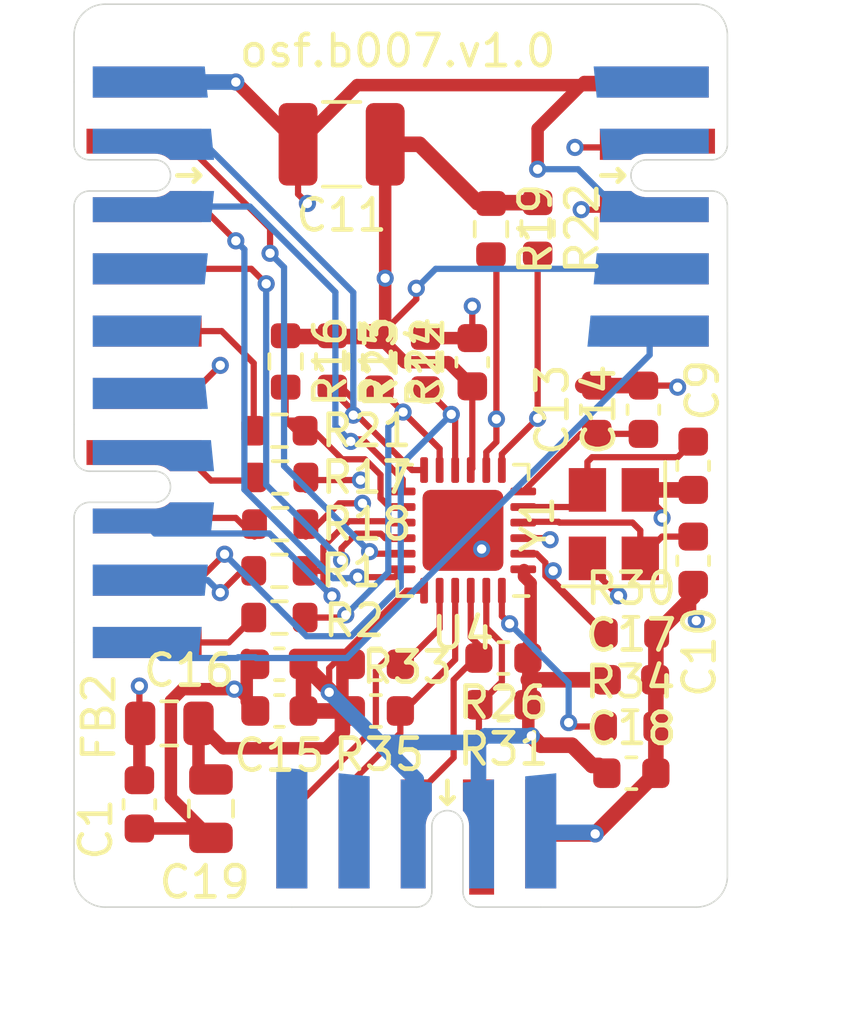
<source format=kicad_pcb>
(kicad_pcb (version 20171130) (host pcbnew "(5.1.9)-1")

  (general
    (thickness 1.6)
    (drawings 12)
    (tracks 368)
    (zones 0)
    (modules 35)
    (nets 30)
  )

  (page A4)
  (layers
    (0 F.Cu signal)
    (1 In1.Cu signal)
    (2 In2.Cu signal)
    (31 B.Cu signal)
    (32 B.Adhes user)
    (33 F.Adhes user)
    (34 B.Paste user)
    (35 F.Paste user)
    (36 B.SilkS user)
    (37 F.SilkS user)
    (38 B.Mask user)
    (39 F.Mask user)
    (40 Dwgs.User user)
    (41 Cmts.User user)
    (42 Eco1.User user)
    (43 Eco2.User user)
    (44 Edge.Cuts user)
    (45 Margin user)
    (46 B.CrtYd user)
    (47 F.CrtYd user)
    (48 B.Fab user)
    (49 F.Fab user)
  )

  (setup
    (last_trace_width 0.5)
    (user_trace_width 0.2)
    (user_trace_width 0.3)
    (user_trace_width 0.4)
    (user_trace_width 0.5)
    (user_trace_width 1)
    (user_trace_width 2)
    (user_trace_width 4)
    (user_trace_width 5)
    (user_trace_width 6)
    (user_trace_width 7)
    (trace_clearance 0.2)
    (zone_clearance 0.25)
    (zone_45_only no)
    (trace_min 0.15)
    (via_size 0.55)
    (via_drill 0.3)
    (via_min_size 0.45)
    (via_min_drill 0.2)
    (uvia_size 0.3)
    (uvia_drill 0.1)
    (uvias_allowed no)
    (uvia_min_size 0.2)
    (uvia_min_drill 0.1)
    (edge_width 0.05)
    (segment_width 0.2)
    (pcb_text_width 0.3)
    (pcb_text_size 1.5 1.5)
    (mod_edge_width 0.12)
    (mod_text_size 1 1)
    (mod_text_width 0.15)
    (pad_size 1.524 1.524)
    (pad_drill 0.762)
    (pad_to_mask_clearance 0.04)
    (solder_mask_min_width 0.1)
    (aux_axis_origin 0 0)
    (visible_elements 7FFFFFFF)
    (pcbplotparams
      (layerselection 0x010fc_ffffffff)
      (usegerberextensions false)
      (usegerberattributes false)
      (usegerberadvancedattributes false)
      (creategerberjobfile false)
      (excludeedgelayer true)
      (linewidth 0.100000)
      (plotframeref false)
      (viasonmask false)
      (mode 1)
      (useauxorigin false)
      (hpglpennumber 1)
      (hpglpenspeed 20)
      (hpglpendiameter 15.000000)
      (psnegative false)
      (psa4output false)
      (plotreference true)
      (plotvalue true)
      (plotinvisibletext false)
      (padsonsilk false)
      (subtractmaskfromsilk true)
      (outputformat 1)
      (mirror false)
      (drillshape 0)
      (scaleselection 1)
      (outputdirectory "gerber"))
  )

  (net 0 "")
  (net 1 /phy/xtal+)
  (net 2 /phy/xtal-)
  (net 3 /phy/VDDCR)
  (net 4 /phy/LED2)
  (net 5 /phy/LED1)
  (net 6 /phy/3v3_in)
  (net 7 /phy/MDIO)
  (net 8 /phy/INT_REFCLK)
  (net 9 "Net-(R17-Pad2)")
  (net 10 /phy/RXD0)
  (net 11 /phy/RXD1)
  (net 12 "Net-(R18-Pad1)")
  (net 13 /phy/~RST)
  (net 14 /phy/RX_ER)
  (net 15 /phy/CRS_DV)
  (net 16 /phy/RBIAS)
  (net 17 /phy/TXD1)
  (net 18 /phy/TXD0)
  (net 19 /phy/TXEN)
  (net 20 /phy/MDC)
  (net 21 GND)
  (net 22 /phy/TD1+)
  (net 23 /phy/TD1-)
  (net 24 /phy/TD2+)
  (net 25 /phy/TD2-)
  (net 26 "Net-(J2-Pad20)")
  (net 27 "Net-(R2-Pad1)")
  (net 28 "Net-(R16-Pad2)")
  (net 29 /phy/CT)

  (net_class Default "This is the default net class."
    (clearance 0.2)
    (trace_width 0.2)
    (via_dia 0.55)
    (via_drill 0.3)
    (uvia_dia 0.3)
    (uvia_drill 0.1)
    (add_net /phy/3v3_in)
    (add_net /phy/CRS_DV)
    (add_net /phy/CT)
    (add_net /phy/INT_REFCLK)
    (add_net /phy/LED1)
    (add_net /phy/LED2)
    (add_net /phy/MDC)
    (add_net /phy/MDIO)
    (add_net /phy/RBIAS)
    (add_net /phy/RXD0)
    (add_net /phy/RXD1)
    (add_net /phy/RX_ER)
    (add_net /phy/TD1+)
    (add_net /phy/TD1-)
    (add_net /phy/TD2+)
    (add_net /phy/TD2-)
    (add_net /phy/TXD0)
    (add_net /phy/TXD1)
    (add_net /phy/TXEN)
    (add_net /phy/VDDCR)
    (add_net /phy/xtal+)
    (add_net /phy/xtal-)
    (add_net /phy/~RST)
    (add_net GND)
    (add_net "Net-(J2-Pad20)")
    (add_net "Net-(R16-Pad2)")
    (add_net "Net-(R17-Pad2)")
    (add_net "Net-(R18-Pad1)")
    (add_net "Net-(R2-Pad1)")
  )

  (module Resistor_SMD:R_0603_1608Metric (layer F.Cu) (tedit 5F68FEEE) (tstamp 6025105D)
    (at 238.8 64.5 270)
    (descr "Resistor SMD 0603 (1608 Metric), square (rectangular) end terminal, IPC_7351 nominal, (Body size source: IPC-SM-782 page 72, https://www.pcb-3d.com/wordpress/wp-content/uploads/ipc-sm-782a_amendment_1_and_2.pdf), generated with kicad-footprint-generator")
    (tags resistor)
    (path /60405E01/604D74DF)
    (attr smd)
    (fp_text reference R24 (at 0 -1.43 90) (layer F.SilkS)
      (effects (font (size 1 1) (thickness 0.15)))
    )
    (fp_text value 10k (at 0 1.43 90) (layer F.Fab)
      (effects (font (size 1 1) (thickness 0.15)))
    )
    (fp_line (start 1.48 0.73) (end -1.48 0.73) (layer F.CrtYd) (width 0.05))
    (fp_line (start 1.48 -0.73) (end 1.48 0.73) (layer F.CrtYd) (width 0.05))
    (fp_line (start -1.48 -0.73) (end 1.48 -0.73) (layer F.CrtYd) (width 0.05))
    (fp_line (start -1.48 0.73) (end -1.48 -0.73) (layer F.CrtYd) (width 0.05))
    (fp_line (start -0.237258 0.5225) (end 0.237258 0.5225) (layer F.SilkS) (width 0.12))
    (fp_line (start -0.237258 -0.5225) (end 0.237258 -0.5225) (layer F.SilkS) (width 0.12))
    (fp_line (start 0.8 0.4125) (end -0.8 0.4125) (layer F.Fab) (width 0.1))
    (fp_line (start 0.8 -0.4125) (end 0.8 0.4125) (layer F.Fab) (width 0.1))
    (fp_line (start -0.8 -0.4125) (end 0.8 -0.4125) (layer F.Fab) (width 0.1))
    (fp_line (start -0.8 0.4125) (end -0.8 -0.4125) (layer F.Fab) (width 0.1))
    (fp_text user %R (at 0 0 90) (layer F.Fab)
      (effects (font (size 0.4 0.4) (thickness 0.06)))
    )
    (pad 2 smd roundrect (at 0.825 0 270) (size 0.8 0.95) (layers F.Cu F.Paste F.Mask) (roundrect_rratio 0.25)
      (net 27 "Net-(R2-Pad1)"))
    (pad 1 smd roundrect (at -0.825 0 270) (size 0.8 0.95) (layers F.Cu F.Paste F.Mask) (roundrect_rratio 0.25)
      (net 6 /phy/3v3_in))
    (model ${KISYS3DMOD}/Resistor_SMD.3dshapes/R_0603_1608Metric.wrl
      (at (xyz 0 0 0))
      (scale (xyz 1 1 1))
      (rotate (xyz 0 0 0))
    )
  )

  (module Resistor_SMD:R_0603_1608Metric (layer F.Cu) (tedit 5F68FEEE) (tstamp 609CFF97)
    (at 235.6 72.7 180)
    (descr "Resistor SMD 0603 (1608 Metric), square (rectangular) end terminal, IPC_7351 nominal, (Body size source: IPC-SM-782 page 72, https://www.pcb-3d.com/wordpress/wp-content/uploads/ipc-sm-782a_amendment_1_and_2.pdf), generated with kicad-footprint-generator")
    (tags resistor)
    (path /60405E01/60915905)
    (attr smd)
    (fp_text reference R2 (at -2.4 -0.1) (layer F.SilkS)
      (effects (font (size 1 1) (thickness 0.15)))
    )
    (fp_text value 33R (at 0 1.43) (layer F.Fab)
      (effects (font (size 1 1) (thickness 0.15)))
    )
    (fp_line (start 1.48 0.73) (end -1.48 0.73) (layer F.CrtYd) (width 0.05))
    (fp_line (start 1.48 -0.73) (end 1.48 0.73) (layer F.CrtYd) (width 0.05))
    (fp_line (start -1.48 -0.73) (end 1.48 -0.73) (layer F.CrtYd) (width 0.05))
    (fp_line (start -1.48 0.73) (end -1.48 -0.73) (layer F.CrtYd) (width 0.05))
    (fp_line (start -0.237258 0.5225) (end 0.237258 0.5225) (layer F.SilkS) (width 0.12))
    (fp_line (start -0.237258 -0.5225) (end 0.237258 -0.5225) (layer F.SilkS) (width 0.12))
    (fp_line (start 0.8 0.4125) (end -0.8 0.4125) (layer F.Fab) (width 0.1))
    (fp_line (start 0.8 -0.4125) (end 0.8 0.4125) (layer F.Fab) (width 0.1))
    (fp_line (start -0.8 -0.4125) (end 0.8 -0.4125) (layer F.Fab) (width 0.1))
    (fp_line (start -0.8 0.4125) (end -0.8 -0.4125) (layer F.Fab) (width 0.1))
    (fp_text user %R (at 0 0) (layer F.Fab)
      (effects (font (size 0.4 0.4) (thickness 0.06)))
    )
    (pad 2 smd roundrect (at 0.825 0 180) (size 0.8 0.95) (layers F.Cu F.Paste F.Mask) (roundrect_rratio 0.25)
      (net 15 /phy/CRS_DV))
    (pad 1 smd roundrect (at -0.825 0 180) (size 0.8 0.95) (layers F.Cu F.Paste F.Mask) (roundrect_rratio 0.25)
      (net 27 "Net-(R2-Pad1)"))
    (model ${KISYS3DMOD}/Resistor_SMD.3dshapes/R_0603_1608Metric.wrl
      (at (xyz 0 0 0))
      (scale (xyz 1 1 1))
      (rotate (xyz 0 0 0))
    )
  )

  (module Resistor_SMD:R_0603_1608Metric (layer F.Cu) (tedit 5F68FEEE) (tstamp 6080F94A)
    (at 235.6 71.2)
    (descr "Resistor SMD 0603 (1608 Metric), square (rectangular) end terminal, IPC_7351 nominal, (Body size source: IPC-SM-782 page 72, https://www.pcb-3d.com/wordpress/wp-content/uploads/ipc-sm-782a_amendment_1_and_2.pdf), generated with kicad-footprint-generator")
    (tags resistor)
    (path /60405E01/608D7BC5)
    (attr smd)
    (fp_text reference R1 (at 2.3 0) (layer F.SilkS)
      (effects (font (size 1 1) (thickness 0.15)))
    )
    (fp_text value 10k (at 0 1.43) (layer F.Fab)
      (effects (font (size 1 1) (thickness 0.15)))
    )
    (fp_line (start 1.48 0.73) (end -1.48 0.73) (layer F.CrtYd) (width 0.05))
    (fp_line (start 1.48 -0.73) (end 1.48 0.73) (layer F.CrtYd) (width 0.05))
    (fp_line (start -1.48 -0.73) (end 1.48 -0.73) (layer F.CrtYd) (width 0.05))
    (fp_line (start -1.48 0.73) (end -1.48 -0.73) (layer F.CrtYd) (width 0.05))
    (fp_line (start -0.237258 0.5225) (end 0.237258 0.5225) (layer F.SilkS) (width 0.12))
    (fp_line (start -0.237258 -0.5225) (end 0.237258 -0.5225) (layer F.SilkS) (width 0.12))
    (fp_line (start 0.8 0.4125) (end -0.8 0.4125) (layer F.Fab) (width 0.1))
    (fp_line (start 0.8 -0.4125) (end 0.8 0.4125) (layer F.Fab) (width 0.1))
    (fp_line (start -0.8 -0.4125) (end 0.8 -0.4125) (layer F.Fab) (width 0.1))
    (fp_line (start -0.8 0.4125) (end -0.8 -0.4125) (layer F.Fab) (width 0.1))
    (fp_text user %R (at 0 0) (layer F.Fab)
      (effects (font (size 0.4 0.4) (thickness 0.06)))
    )
    (pad 2 smd roundrect (at 0.825 0) (size 0.8 0.95) (layers F.Cu F.Paste F.Mask) (roundrect_rratio 0.25)
      (net 13 /phy/~RST))
    (pad 1 smd roundrect (at -0.825 0) (size 0.8 0.95) (layers F.Cu F.Paste F.Mask) (roundrect_rratio 0.25)
      (net 6 /phy/3v3_in))
    (model ${KISYS3DMOD}/Resistor_SMD.3dshapes/R_0603_1608Metric.wrl
      (at (xyz 0 0 0))
      (scale (xyz 1 1 1))
      (rotate (xyz 0 0 0))
    )
  )

  (module Capacitor_SMD:C_0603_1608Metric (layer F.Cu) (tedit 5F68FEEE) (tstamp 6080C5BA)
    (at 231.1 78.7 270)
    (descr "Capacitor SMD 0603 (1608 Metric), square (rectangular) end terminal, IPC_7351 nominal, (Body size source: IPC-SM-782 page 76, https://www.pcb-3d.com/wordpress/wp-content/uploads/ipc-sm-782a_amendment_1_and_2.pdf), generated with kicad-footprint-generator")
    (tags capacitor)
    (path /60405E01/60850533)
    (attr smd)
    (fp_text reference C1 (at 0.8 1.4 90) (layer F.SilkS)
      (effects (font (size 1 1) (thickness 0.15)))
    )
    (fp_text value 100nF (at 0 1.43 90) (layer F.Fab)
      (effects (font (size 1 1) (thickness 0.15)))
    )
    (fp_line (start 1.48 0.73) (end -1.48 0.73) (layer F.CrtYd) (width 0.05))
    (fp_line (start 1.48 -0.73) (end 1.48 0.73) (layer F.CrtYd) (width 0.05))
    (fp_line (start -1.48 -0.73) (end 1.48 -0.73) (layer F.CrtYd) (width 0.05))
    (fp_line (start -1.48 0.73) (end -1.48 -0.73) (layer F.CrtYd) (width 0.05))
    (fp_line (start -0.14058 0.51) (end 0.14058 0.51) (layer F.SilkS) (width 0.12))
    (fp_line (start -0.14058 -0.51) (end 0.14058 -0.51) (layer F.SilkS) (width 0.12))
    (fp_line (start 0.8 0.4) (end -0.8 0.4) (layer F.Fab) (width 0.1))
    (fp_line (start 0.8 -0.4) (end 0.8 0.4) (layer F.Fab) (width 0.1))
    (fp_line (start -0.8 -0.4) (end 0.8 -0.4) (layer F.Fab) (width 0.1))
    (fp_line (start -0.8 0.4) (end -0.8 -0.4) (layer F.Fab) (width 0.1))
    (fp_text user %R (at 0 0 90) (layer F.Fab)
      (effects (font (size 0.4 0.4) (thickness 0.06)))
    )
    (pad 2 smd roundrect (at 0.775 0 270) (size 0.9 0.95) (layers F.Cu F.Paste F.Mask) (roundrect_rratio 0.25)
      (net 21 GND))
    (pad 1 smd roundrect (at -0.775 0 270) (size 0.9 0.95) (layers F.Cu F.Paste F.Mask) (roundrect_rratio 0.25)
      (net 6 /phy/3v3_in))
    (model ${KISYS3DMOD}/Capacitor_SMD.3dshapes/C_0603_1608Metric.wrl
      (at (xyz 0 0 0))
      (scale (xyz 1 1 1))
      (rotate (xyz 0 0 0))
    )
  )

  (module Resistor_SMD:R_0603_1608Metric (layer F.Cu) (tedit 5F68FEEE) (tstamp 60251120)
    (at 246.875 76.2)
    (descr "Resistor SMD 0603 (1608 Metric), square (rectangular) end terminal, IPC_7351 nominal, (Body size source: IPC-SM-782 page 72, https://www.pcb-3d.com/wordpress/wp-content/uploads/ipc-sm-782a_amendment_1_and_2.pdf), generated with kicad-footprint-generator")
    (tags resistor)
    (path /60405E01/604D75AB)
    (attr smd)
    (fp_text reference R34 (at 0 -1.43) (layer F.SilkS)
      (effects (font (size 1 1) (thickness 0.15)))
    )
    (fp_text value 12.1k (at 0 1.43) (layer F.Fab)
      (effects (font (size 1 1) (thickness 0.15)))
    )
    (fp_line (start 1.48 0.73) (end -1.48 0.73) (layer F.CrtYd) (width 0.05))
    (fp_line (start 1.48 -0.73) (end 1.48 0.73) (layer F.CrtYd) (width 0.05))
    (fp_line (start -1.48 -0.73) (end 1.48 -0.73) (layer F.CrtYd) (width 0.05))
    (fp_line (start -1.48 0.73) (end -1.48 -0.73) (layer F.CrtYd) (width 0.05))
    (fp_line (start -0.237258 0.5225) (end 0.237258 0.5225) (layer F.SilkS) (width 0.12))
    (fp_line (start -0.237258 -0.5225) (end 0.237258 -0.5225) (layer F.SilkS) (width 0.12))
    (fp_line (start 0.8 0.4125) (end -0.8 0.4125) (layer F.Fab) (width 0.1))
    (fp_line (start 0.8 -0.4125) (end 0.8 0.4125) (layer F.Fab) (width 0.1))
    (fp_line (start -0.8 -0.4125) (end 0.8 -0.4125) (layer F.Fab) (width 0.1))
    (fp_line (start -0.8 0.4125) (end -0.8 -0.4125) (layer F.Fab) (width 0.1))
    (fp_text user %R (at 0 0) (layer F.Fab)
      (effects (font (size 0.4 0.4) (thickness 0.06)))
    )
    (pad 2 smd roundrect (at 0.825 0) (size 0.8 0.95) (layers F.Cu F.Paste F.Mask) (roundrect_rratio 0.25)
      (net 21 GND))
    (pad 1 smd roundrect (at -0.825 0) (size 0.8 0.95) (layers F.Cu F.Paste F.Mask) (roundrect_rratio 0.25)
      (net 16 /phy/RBIAS))
    (model ${KISYS3DMOD}/Resistor_SMD.3dshapes/R_0603_1608Metric.wrl
      (at (xyz 0 0 0))
      (scale (xyz 1 1 1))
      (rotate (xyz 0 0 0))
    )
  )

  (module Resistor_SMD:R_0603_1608Metric (layer F.Cu) (tedit 5F68FEEE) (tstamp 6080BA3E)
    (at 246.9 73.2)
    (descr "Resistor SMD 0603 (1608 Metric), square (rectangular) end terminal, IPC_7351 nominal, (Body size source: IPC-SM-782 page 72, https://www.pcb-3d.com/wordpress/wp-content/uploads/ipc-sm-782a_amendment_1_and_2.pdf), generated with kicad-footprint-generator")
    (tags resistor)
    (path /60405E01/604D766A)
    (attr smd)
    (fp_text reference R30 (at 0 -1.43) (layer F.SilkS)
      (effects (font (size 1 1) (thickness 0.15)))
    )
    (fp_text value 10k (at 0 1.43) (layer F.Fab)
      (effects (font (size 1 1) (thickness 0.15)))
    )
    (fp_line (start 1.48 0.73) (end -1.48 0.73) (layer F.CrtYd) (width 0.05))
    (fp_line (start 1.48 -0.73) (end 1.48 0.73) (layer F.CrtYd) (width 0.05))
    (fp_line (start -1.48 -0.73) (end 1.48 -0.73) (layer F.CrtYd) (width 0.05))
    (fp_line (start -1.48 0.73) (end -1.48 -0.73) (layer F.CrtYd) (width 0.05))
    (fp_line (start -0.237258 0.5225) (end 0.237258 0.5225) (layer F.SilkS) (width 0.12))
    (fp_line (start -0.237258 -0.5225) (end 0.237258 -0.5225) (layer F.SilkS) (width 0.12))
    (fp_line (start 0.8 0.4125) (end -0.8 0.4125) (layer F.Fab) (width 0.1))
    (fp_line (start 0.8 -0.4125) (end 0.8 0.4125) (layer F.Fab) (width 0.1))
    (fp_line (start -0.8 -0.4125) (end 0.8 -0.4125) (layer F.Fab) (width 0.1))
    (fp_line (start -0.8 0.4125) (end -0.8 -0.4125) (layer F.Fab) (width 0.1))
    (fp_text user %R (at 0 0) (layer F.Fab)
      (effects (font (size 0.4 0.4) (thickness 0.06)))
    )
    (pad 2 smd roundrect (at 0.825 0) (size 0.8 0.95) (layers F.Cu F.Paste F.Mask) (roundrect_rratio 0.25)
      (net 21 GND))
    (pad 1 smd roundrect (at -0.825 0) (size 0.8 0.95) (layers F.Cu F.Paste F.Mask) (roundrect_rratio 0.25)
      (net 4 /phy/LED2))
    (model ${KISYS3DMOD}/Resistor_SMD.3dshapes/R_0603_1608Metric.wrl
      (at (xyz 0 0 0))
      (scale (xyz 1 1 1))
      (rotate (xyz 0 0 0))
    )
  )

  (module Resistor_SMD:R_0603_1608Metric (layer F.Cu) (tedit 5F68FEEE) (tstamp 6025104E)
    (at 240.3 64.525 90)
    (descr "Resistor SMD 0603 (1608 Metric), square (rectangular) end terminal, IPC_7351 nominal, (Body size source: IPC-SM-782 page 72, https://www.pcb-3d.com/wordpress/wp-content/uploads/ipc-sm-782a_amendment_1_and_2.pdf), generated with kicad-footprint-generator")
    (tags resistor)
    (path /60405E01/604D74D7)
    (attr smd)
    (fp_text reference R23 (at 0 -1.43 90) (layer F.SilkS)
      (effects (font (size 1 1) (thickness 0.15)))
    )
    (fp_text value 10k (at 0 1.43 90) (layer F.Fab)
      (effects (font (size 1 1) (thickness 0.15)))
    )
    (fp_line (start 1.48 0.73) (end -1.48 0.73) (layer F.CrtYd) (width 0.05))
    (fp_line (start 1.48 -0.73) (end 1.48 0.73) (layer F.CrtYd) (width 0.05))
    (fp_line (start -1.48 -0.73) (end 1.48 -0.73) (layer F.CrtYd) (width 0.05))
    (fp_line (start -1.48 0.73) (end -1.48 -0.73) (layer F.CrtYd) (width 0.05))
    (fp_line (start -0.237258 0.5225) (end 0.237258 0.5225) (layer F.SilkS) (width 0.12))
    (fp_line (start -0.237258 -0.5225) (end 0.237258 -0.5225) (layer F.SilkS) (width 0.12))
    (fp_line (start 0.8 0.4125) (end -0.8 0.4125) (layer F.Fab) (width 0.1))
    (fp_line (start 0.8 -0.4125) (end 0.8 0.4125) (layer F.Fab) (width 0.1))
    (fp_line (start -0.8 -0.4125) (end 0.8 -0.4125) (layer F.Fab) (width 0.1))
    (fp_line (start -0.8 0.4125) (end -0.8 -0.4125) (layer F.Fab) (width 0.1))
    (fp_text user %R (at 0 0 90) (layer F.Fab)
      (effects (font (size 0.4 0.4) (thickness 0.06)))
    )
    (pad 2 smd roundrect (at 0.825 0 90) (size 0.8 0.95) (layers F.Cu F.Paste F.Mask) (roundrect_rratio 0.25)
      (net 21 GND))
    (pad 1 smd roundrect (at -0.825 0 90) (size 0.8 0.95) (layers F.Cu F.Paste F.Mask) (roundrect_rratio 0.25)
      (net 14 /phy/RX_ER))
    (model ${KISYS3DMOD}/Resistor_SMD.3dshapes/R_0603_1608Metric.wrl
      (at (xyz 0 0 0))
      (scale (xyz 1 1 1))
      (rotate (xyz 0 0 0))
    )
  )

  (module Resistor_SMD:R_0603_1608Metric (layer F.Cu) (tedit 5F68FEEE) (tstamp 6025103F)
    (at 243.9 60.2 270)
    (descr "Resistor SMD 0603 (1608 Metric), square (rectangular) end terminal, IPC_7351 nominal, (Body size source: IPC-SM-782 page 72, https://www.pcb-3d.com/wordpress/wp-content/uploads/ipc-sm-782a_amendment_1_and_2.pdf), generated with kicad-footprint-generator")
    (tags resistor)
    (path /60405E01/604D74E5)
    (attr smd)
    (fp_text reference R22 (at 0 -1.43 90) (layer F.SilkS)
      (effects (font (size 1 1) (thickness 0.15)))
    )
    (fp_text value 10k (at 0 1.43 90) (layer F.Fab)
      (effects (font (size 1 1) (thickness 0.15)))
    )
    (fp_line (start 1.48 0.73) (end -1.48 0.73) (layer F.CrtYd) (width 0.05))
    (fp_line (start 1.48 -0.73) (end 1.48 0.73) (layer F.CrtYd) (width 0.05))
    (fp_line (start -1.48 -0.73) (end 1.48 -0.73) (layer F.CrtYd) (width 0.05))
    (fp_line (start -1.48 0.73) (end -1.48 -0.73) (layer F.CrtYd) (width 0.05))
    (fp_line (start -0.237258 0.5225) (end 0.237258 0.5225) (layer F.SilkS) (width 0.12))
    (fp_line (start -0.237258 -0.5225) (end 0.237258 -0.5225) (layer F.SilkS) (width 0.12))
    (fp_line (start 0.8 0.4125) (end -0.8 0.4125) (layer F.Fab) (width 0.1))
    (fp_line (start 0.8 -0.4125) (end 0.8 0.4125) (layer F.Fab) (width 0.1))
    (fp_line (start -0.8 -0.4125) (end 0.8 -0.4125) (layer F.Fab) (width 0.1))
    (fp_line (start -0.8 0.4125) (end -0.8 -0.4125) (layer F.Fab) (width 0.1))
    (fp_text user %R (at 0 0 90) (layer F.Fab)
      (effects (font (size 0.4 0.4) (thickness 0.06)))
    )
    (pad 2 smd roundrect (at 0.825 0 270) (size 0.8 0.95) (layers F.Cu F.Paste F.Mask) (roundrect_rratio 0.25)
      (net 12 "Net-(R18-Pad1)"))
    (pad 1 smd roundrect (at -0.825 0 270) (size 0.8 0.95) (layers F.Cu F.Paste F.Mask) (roundrect_rratio 0.25)
      (net 6 /phy/3v3_in))
    (model ${KISYS3DMOD}/Resistor_SMD.3dshapes/R_0603_1608Metric.wrl
      (at (xyz 0 0 0))
      (scale (xyz 1 1 1))
      (rotate (xyz 0 0 0))
    )
  )

  (module Resistor_SMD:R_0603_1608Metric (layer F.Cu) (tedit 5F68FEEE) (tstamp 60251030)
    (at 235.6 66.7 180)
    (descr "Resistor SMD 0603 (1608 Metric), square (rectangular) end terminal, IPC_7351 nominal, (Body size source: IPC-SM-782 page 72, https://www.pcb-3d.com/wordpress/wp-content/uploads/ipc-sm-782a_amendment_1_and_2.pdf), generated with kicad-footprint-generator")
    (tags resistor)
    (path /60405E01/604D7512)
    (attr smd)
    (fp_text reference R21 (at -2.8 0) (layer F.SilkS)
      (effects (font (size 1 1) (thickness 0.15)))
    )
    (fp_text value 33R (at 0 1.43) (layer F.Fab)
      (effects (font (size 1 1) (thickness 0.15)))
    )
    (fp_line (start 1.48 0.73) (end -1.48 0.73) (layer F.CrtYd) (width 0.05))
    (fp_line (start 1.48 -0.73) (end 1.48 0.73) (layer F.CrtYd) (width 0.05))
    (fp_line (start -1.48 -0.73) (end 1.48 -0.73) (layer F.CrtYd) (width 0.05))
    (fp_line (start -1.48 0.73) (end -1.48 -0.73) (layer F.CrtYd) (width 0.05))
    (fp_line (start -0.237258 0.5225) (end 0.237258 0.5225) (layer F.SilkS) (width 0.12))
    (fp_line (start -0.237258 -0.5225) (end 0.237258 -0.5225) (layer F.SilkS) (width 0.12))
    (fp_line (start 0.8 0.4125) (end -0.8 0.4125) (layer F.Fab) (width 0.1))
    (fp_line (start 0.8 -0.4125) (end 0.8 0.4125) (layer F.Fab) (width 0.1))
    (fp_line (start -0.8 -0.4125) (end 0.8 -0.4125) (layer F.Fab) (width 0.1))
    (fp_line (start -0.8 0.4125) (end -0.8 -0.4125) (layer F.Fab) (width 0.1))
    (fp_text user %R (at 0 0) (layer F.Fab)
      (effects (font (size 0.4 0.4) (thickness 0.06)))
    )
    (pad 2 smd roundrect (at 0.825 0 180) (size 0.8 0.95) (layers F.Cu F.Paste F.Mask) (roundrect_rratio 0.25)
      (net 8 /phy/INT_REFCLK))
    (pad 1 smd roundrect (at -0.825 0 180) (size 0.8 0.95) (layers F.Cu F.Paste F.Mask) (roundrect_rratio 0.25)
      (net 28 "Net-(R16-Pad2)"))
    (model ${KISYS3DMOD}/Resistor_SMD.3dshapes/R_0603_1608Metric.wrl
      (at (xyz 0 0 0))
      (scale (xyz 1 1 1))
      (rotate (xyz 0 0 0))
    )
  )

  (module Resistor_SMD:R_0603_1608Metric (layer F.Cu) (tedit 5F68FEEE) (tstamp 60251012)
    (at 242.4 60.225 270)
    (descr "Resistor SMD 0603 (1608 Metric), square (rectangular) end terminal, IPC_7351 nominal, (Body size source: IPC-SM-782 page 72, https://www.pcb-3d.com/wordpress/wp-content/uploads/ipc-sm-782a_amendment_1_and_2.pdf), generated with kicad-footprint-generator")
    (tags resistor)
    (path /60405E01/604D74EB)
    (attr smd)
    (fp_text reference R19 (at 0 -1.43 90) (layer F.SilkS)
      (effects (font (size 1 1) (thickness 0.15)))
    )
    (fp_text value 10k (at 0 1.43 90) (layer F.Fab)
      (effects (font (size 1 1) (thickness 0.15)))
    )
    (fp_line (start 1.48 0.73) (end -1.48 0.73) (layer F.CrtYd) (width 0.05))
    (fp_line (start 1.48 -0.73) (end 1.48 0.73) (layer F.CrtYd) (width 0.05))
    (fp_line (start -1.48 -0.73) (end 1.48 -0.73) (layer F.CrtYd) (width 0.05))
    (fp_line (start -1.48 0.73) (end -1.48 -0.73) (layer F.CrtYd) (width 0.05))
    (fp_line (start -0.237258 0.5225) (end 0.237258 0.5225) (layer F.SilkS) (width 0.12))
    (fp_line (start -0.237258 -0.5225) (end 0.237258 -0.5225) (layer F.SilkS) (width 0.12))
    (fp_line (start 0.8 0.4125) (end -0.8 0.4125) (layer F.Fab) (width 0.1))
    (fp_line (start 0.8 -0.4125) (end 0.8 0.4125) (layer F.Fab) (width 0.1))
    (fp_line (start -0.8 -0.4125) (end 0.8 -0.4125) (layer F.Fab) (width 0.1))
    (fp_line (start -0.8 0.4125) (end -0.8 -0.4125) (layer F.Fab) (width 0.1))
    (fp_text user %R (at 0 0 90) (layer F.Fab)
      (effects (font (size 0.4 0.4) (thickness 0.06)))
    )
    (pad 2 smd roundrect (at 0.825 0 270) (size 0.8 0.95) (layers F.Cu F.Paste F.Mask) (roundrect_rratio 0.25)
      (net 9 "Net-(R17-Pad2)"))
    (pad 1 smd roundrect (at -0.825 0 270) (size 0.8 0.95) (layers F.Cu F.Paste F.Mask) (roundrect_rratio 0.25)
      (net 6 /phy/3v3_in))
    (model ${KISYS3DMOD}/Resistor_SMD.3dshapes/R_0603_1608Metric.wrl
      (at (xyz 0 0 0))
      (scale (xyz 1 1 1))
      (rotate (xyz 0 0 0))
    )
  )

  (module Resistor_SMD:R_0603_1608Metric (layer F.Cu) (tedit 5F68FEEE) (tstamp 60251003)
    (at 235.625 69.7 180)
    (descr "Resistor SMD 0603 (1608 Metric), square (rectangular) end terminal, IPC_7351 nominal, (Body size source: IPC-SM-782 page 72, https://www.pcb-3d.com/wordpress/wp-content/uploads/ipc-sm-782a_amendment_1_and_2.pdf), generated with kicad-footprint-generator")
    (tags resistor)
    (path /60405E01/604D7500)
    (attr smd)
    (fp_text reference R18 (at -2.775 0) (layer F.SilkS)
      (effects (font (size 1 1) (thickness 0.15)))
    )
    (fp_text value 33R (at 0 1.43) (layer F.Fab)
      (effects (font (size 1 1) (thickness 0.15)))
    )
    (fp_line (start 1.48 0.73) (end -1.48 0.73) (layer F.CrtYd) (width 0.05))
    (fp_line (start 1.48 -0.73) (end 1.48 0.73) (layer F.CrtYd) (width 0.05))
    (fp_line (start -1.48 -0.73) (end 1.48 -0.73) (layer F.CrtYd) (width 0.05))
    (fp_line (start -1.48 0.73) (end -1.48 -0.73) (layer F.CrtYd) (width 0.05))
    (fp_line (start -0.237258 0.5225) (end 0.237258 0.5225) (layer F.SilkS) (width 0.12))
    (fp_line (start -0.237258 -0.5225) (end 0.237258 -0.5225) (layer F.SilkS) (width 0.12))
    (fp_line (start 0.8 0.4125) (end -0.8 0.4125) (layer F.Fab) (width 0.1))
    (fp_line (start 0.8 -0.4125) (end 0.8 0.4125) (layer F.Fab) (width 0.1))
    (fp_line (start -0.8 -0.4125) (end 0.8 -0.4125) (layer F.Fab) (width 0.1))
    (fp_line (start -0.8 0.4125) (end -0.8 -0.4125) (layer F.Fab) (width 0.1))
    (fp_text user %R (at 0 0) (layer F.Fab)
      (effects (font (size 0.4 0.4) (thickness 0.06)))
    )
    (pad 2 smd roundrect (at 0.825 0 180) (size 0.8 0.95) (layers F.Cu F.Paste F.Mask) (roundrect_rratio 0.25)
      (net 11 /phy/RXD1))
    (pad 1 smd roundrect (at -0.825 0 180) (size 0.8 0.95) (layers F.Cu F.Paste F.Mask) (roundrect_rratio 0.25)
      (net 12 "Net-(R18-Pad1)"))
    (model ${KISYS3DMOD}/Resistor_SMD.3dshapes/R_0603_1608Metric.wrl
      (at (xyz 0 0 0))
      (scale (xyz 1 1 1))
      (rotate (xyz 0 0 0))
    )
  )

  (module Resistor_SMD:R_0603_1608Metric (layer F.Cu) (tedit 5F68FEEE) (tstamp 60250FF4)
    (at 235.625 68.2)
    (descr "Resistor SMD 0603 (1608 Metric), square (rectangular) end terminal, IPC_7351 nominal, (Body size source: IPC-SM-782 page 72, https://www.pcb-3d.com/wordpress/wp-content/uploads/ipc-sm-782a_amendment_1_and_2.pdf), generated with kicad-footprint-generator")
    (tags resistor)
    (path /60405E01/604D74FA)
    (attr smd)
    (fp_text reference R17 (at 2.775 0) (layer F.SilkS)
      (effects (font (size 1 1) (thickness 0.15)))
    )
    (fp_text value 33R (at 0 1.43) (layer F.Fab)
      (effects (font (size 1 1) (thickness 0.15)))
    )
    (fp_line (start 1.48 0.73) (end -1.48 0.73) (layer F.CrtYd) (width 0.05))
    (fp_line (start 1.48 -0.73) (end 1.48 0.73) (layer F.CrtYd) (width 0.05))
    (fp_line (start -1.48 -0.73) (end 1.48 -0.73) (layer F.CrtYd) (width 0.05))
    (fp_line (start -1.48 0.73) (end -1.48 -0.73) (layer F.CrtYd) (width 0.05))
    (fp_line (start -0.237258 0.5225) (end 0.237258 0.5225) (layer F.SilkS) (width 0.12))
    (fp_line (start -0.237258 -0.5225) (end 0.237258 -0.5225) (layer F.SilkS) (width 0.12))
    (fp_line (start 0.8 0.4125) (end -0.8 0.4125) (layer F.Fab) (width 0.1))
    (fp_line (start 0.8 -0.4125) (end 0.8 0.4125) (layer F.Fab) (width 0.1))
    (fp_line (start -0.8 -0.4125) (end 0.8 -0.4125) (layer F.Fab) (width 0.1))
    (fp_line (start -0.8 0.4125) (end -0.8 -0.4125) (layer F.Fab) (width 0.1))
    (fp_text user %R (at 0 0) (layer F.Fab)
      (effects (font (size 0.4 0.4) (thickness 0.06)))
    )
    (pad 2 smd roundrect (at 0.825 0) (size 0.8 0.95) (layers F.Cu F.Paste F.Mask) (roundrect_rratio 0.25)
      (net 9 "Net-(R17-Pad2)"))
    (pad 1 smd roundrect (at -0.825 0) (size 0.8 0.95) (layers F.Cu F.Paste F.Mask) (roundrect_rratio 0.25)
      (net 10 /phy/RXD0))
    (model ${KISYS3DMOD}/Resistor_SMD.3dshapes/R_0603_1608Metric.wrl
      (at (xyz 0 0 0))
      (scale (xyz 1 1 1))
      (rotate (xyz 0 0 0))
    )
  )

  (module Resistor_SMD:R_0603_1608Metric (layer F.Cu) (tedit 5F68FEEE) (tstamp 60250FE5)
    (at 235.8 64.475 270)
    (descr "Resistor SMD 0603 (1608 Metric), square (rectangular) end terminal, IPC_7351 nominal, (Body size source: IPC-SM-782 page 72, https://www.pcb-3d.com/wordpress/wp-content/uploads/ipc-sm-782a_amendment_1_and_2.pdf), generated with kicad-footprint-generator")
    (tags resistor)
    (path /60405E01/604D75D1)
    (attr smd)
    (fp_text reference R16 (at 0 -1.43 90) (layer F.SilkS)
      (effects (font (size 1 1) (thickness 0.15)))
    )
    (fp_text value 10k (at 0 1.43 90) (layer F.Fab)
      (effects (font (size 1 1) (thickness 0.15)))
    )
    (fp_line (start 1.48 0.73) (end -1.48 0.73) (layer F.CrtYd) (width 0.05))
    (fp_line (start 1.48 -0.73) (end 1.48 0.73) (layer F.CrtYd) (width 0.05))
    (fp_line (start -1.48 -0.73) (end 1.48 -0.73) (layer F.CrtYd) (width 0.05))
    (fp_line (start -1.48 0.73) (end -1.48 -0.73) (layer F.CrtYd) (width 0.05))
    (fp_line (start -0.237258 0.5225) (end 0.237258 0.5225) (layer F.SilkS) (width 0.12))
    (fp_line (start -0.237258 -0.5225) (end 0.237258 -0.5225) (layer F.SilkS) (width 0.12))
    (fp_line (start 0.8 0.4125) (end -0.8 0.4125) (layer F.Fab) (width 0.1))
    (fp_line (start 0.8 -0.4125) (end 0.8 0.4125) (layer F.Fab) (width 0.1))
    (fp_line (start -0.8 -0.4125) (end 0.8 -0.4125) (layer F.Fab) (width 0.1))
    (fp_line (start -0.8 0.4125) (end -0.8 -0.4125) (layer F.Fab) (width 0.1))
    (fp_text user %R (at 0 0 90) (layer F.Fab)
      (effects (font (size 0.4 0.4) (thickness 0.06)))
    )
    (pad 2 smd roundrect (at 0.825 0 270) (size 0.8 0.95) (layers F.Cu F.Paste F.Mask) (roundrect_rratio 0.25)
      (net 28 "Net-(R16-Pad2)"))
    (pad 1 smd roundrect (at -0.825 0 270) (size 0.8 0.95) (layers F.Cu F.Paste F.Mask) (roundrect_rratio 0.25)
      (net 6 /phy/3v3_in))
    (model ${KISYS3DMOD}/Resistor_SMD.3dshapes/R_0603_1608Metric.wrl
      (at (xyz 0 0 0))
      (scale (xyz 1 1 1))
      (rotate (xyz 0 0 0))
    )
  )

  (module Resistor_SMD:R_0603_1608Metric (layer F.Cu) (tedit 5F68FEEE) (tstamp 60250FD6)
    (at 237.3 64.475 270)
    (descr "Resistor SMD 0603 (1608 Metric), square (rectangular) end terminal, IPC_7351 nominal, (Body size source: IPC-SM-782 page 72, https://www.pcb-3d.com/wordpress/wp-content/uploads/ipc-sm-782a_amendment_1_and_2.pdf), generated with kicad-footprint-generator")
    (tags resistor)
    (path /60405E01/604D7521)
    (attr smd)
    (fp_text reference R15 (at 0 -1.43 90) (layer F.SilkS)
      (effects (font (size 1 1) (thickness 0.15)))
    )
    (fp_text value 1.5k (at 0 1.43 90) (layer F.Fab)
      (effects (font (size 1 1) (thickness 0.15)))
    )
    (fp_line (start 1.48 0.73) (end -1.48 0.73) (layer F.CrtYd) (width 0.05))
    (fp_line (start 1.48 -0.73) (end 1.48 0.73) (layer F.CrtYd) (width 0.05))
    (fp_line (start -1.48 -0.73) (end 1.48 -0.73) (layer F.CrtYd) (width 0.05))
    (fp_line (start -1.48 0.73) (end -1.48 -0.73) (layer F.CrtYd) (width 0.05))
    (fp_line (start -0.237258 0.5225) (end 0.237258 0.5225) (layer F.SilkS) (width 0.12))
    (fp_line (start -0.237258 -0.5225) (end 0.237258 -0.5225) (layer F.SilkS) (width 0.12))
    (fp_line (start 0.8 0.4125) (end -0.8 0.4125) (layer F.Fab) (width 0.1))
    (fp_line (start 0.8 -0.4125) (end 0.8 0.4125) (layer F.Fab) (width 0.1))
    (fp_line (start -0.8 -0.4125) (end 0.8 -0.4125) (layer F.Fab) (width 0.1))
    (fp_line (start -0.8 0.4125) (end -0.8 -0.4125) (layer F.Fab) (width 0.1))
    (fp_text user %R (at 0 0 90) (layer F.Fab)
      (effects (font (size 0.4 0.4) (thickness 0.06)))
    )
    (pad 2 smd roundrect (at 0.825 0 270) (size 0.8 0.95) (layers F.Cu F.Paste F.Mask) (roundrect_rratio 0.25)
      (net 7 /phy/MDIO))
    (pad 1 smd roundrect (at -0.825 0 270) (size 0.8 0.95) (layers F.Cu F.Paste F.Mask) (roundrect_rratio 0.25)
      (net 6 /phy/3v3_in))
    (model ${KISYS3DMOD}/Resistor_SMD.3dshapes/R_0603_1608Metric.wrl
      (at (xyz 0 0 0))
      (scale (xyz 1 1 1))
      (rotate (xyz 0 0 0))
    )
  )

  (module Capacitor_SMD:C_0603_1608Metric (layer F.Cu) (tedit 5F68FEEE) (tstamp 6024FF5B)
    (at 246.9 74.7)
    (descr "Capacitor SMD 0603 (1608 Metric), square (rectangular) end terminal, IPC_7351 nominal, (Body size source: IPC-SM-782 page 76, https://www.pcb-3d.com/wordpress/wp-content/uploads/ipc-sm-782a_amendment_1_and_2.pdf), generated with kicad-footprint-generator")
    (tags capacitor)
    (path /60405E01/604D7537)
    (attr smd)
    (fp_text reference C17 (at 0 -1.43) (layer F.SilkS)
      (effects (font (size 1 1) (thickness 0.15)))
    )
    (fp_text value 100nF (at 0 1.43) (layer F.Fab)
      (effects (font (size 1 1) (thickness 0.15)))
    )
    (fp_line (start 1.48 0.73) (end -1.48 0.73) (layer F.CrtYd) (width 0.05))
    (fp_line (start 1.48 -0.73) (end 1.48 0.73) (layer F.CrtYd) (width 0.05))
    (fp_line (start -1.48 -0.73) (end 1.48 -0.73) (layer F.CrtYd) (width 0.05))
    (fp_line (start -1.48 0.73) (end -1.48 -0.73) (layer F.CrtYd) (width 0.05))
    (fp_line (start -0.14058 0.51) (end 0.14058 0.51) (layer F.SilkS) (width 0.12))
    (fp_line (start -0.14058 -0.51) (end 0.14058 -0.51) (layer F.SilkS) (width 0.12))
    (fp_line (start 0.8 0.4) (end -0.8 0.4) (layer F.Fab) (width 0.1))
    (fp_line (start 0.8 -0.4) (end 0.8 0.4) (layer F.Fab) (width 0.1))
    (fp_line (start -0.8 -0.4) (end 0.8 -0.4) (layer F.Fab) (width 0.1))
    (fp_line (start -0.8 0.4) (end -0.8 -0.4) (layer F.Fab) (width 0.1))
    (fp_text user %R (at 0 0) (layer F.Fab)
      (effects (font (size 0.4 0.4) (thickness 0.06)))
    )
    (pad 2 smd roundrect (at 0.775 0) (size 0.9 0.95) (layers F.Cu F.Paste F.Mask) (roundrect_rratio 0.25)
      (net 21 GND))
    (pad 1 smd roundrect (at -0.775 0) (size 0.9 0.95) (layers F.Cu F.Paste F.Mask) (roundrect_rratio 0.25)
      (net 29 /phy/CT))
    (model ${KISYS3DMOD}/Capacitor_SMD.3dshapes/C_0603_1608Metric.wrl
      (at (xyz 0 0 0))
      (scale (xyz 1 1 1))
      (rotate (xyz 0 0 0))
    )
  )

  (module Capacitor_SMD:C_0603_1608Metric (layer F.Cu) (tedit 5F68FEEE) (tstamp 6024FF4C)
    (at 235.6 74.2 180)
    (descr "Capacitor SMD 0603 (1608 Metric), square (rectangular) end terminal, IPC_7351 nominal, (Body size source: IPC-SM-782 page 76, https://www.pcb-3d.com/wordpress/wp-content/uploads/ipc-sm-782a_amendment_1_and_2.pdf), generated with kicad-footprint-generator")
    (tags capacitor)
    (path /60405E01/604D7581)
    (attr smd)
    (fp_text reference C16 (at 2.9 -0.2) (layer F.SilkS)
      (effects (font (size 1 1) (thickness 0.15)))
    )
    (fp_text value 1uF (at 0 1.43) (layer F.Fab)
      (effects (font (size 1 1) (thickness 0.15)))
    )
    (fp_line (start 1.48 0.73) (end -1.48 0.73) (layer F.CrtYd) (width 0.05))
    (fp_line (start 1.48 -0.73) (end 1.48 0.73) (layer F.CrtYd) (width 0.05))
    (fp_line (start -1.48 -0.73) (end 1.48 -0.73) (layer F.CrtYd) (width 0.05))
    (fp_line (start -1.48 0.73) (end -1.48 -0.73) (layer F.CrtYd) (width 0.05))
    (fp_line (start -0.14058 0.51) (end 0.14058 0.51) (layer F.SilkS) (width 0.12))
    (fp_line (start -0.14058 -0.51) (end 0.14058 -0.51) (layer F.SilkS) (width 0.12))
    (fp_line (start 0.8 0.4) (end -0.8 0.4) (layer F.Fab) (width 0.1))
    (fp_line (start 0.8 -0.4) (end 0.8 0.4) (layer F.Fab) (width 0.1))
    (fp_line (start -0.8 -0.4) (end 0.8 -0.4) (layer F.Fab) (width 0.1))
    (fp_line (start -0.8 0.4) (end -0.8 -0.4) (layer F.Fab) (width 0.1))
    (fp_text user %R (at 0 0) (layer F.Fab)
      (effects (font (size 0.4 0.4) (thickness 0.06)))
    )
    (pad 2 smd roundrect (at 0.775 0 180) (size 0.9 0.95) (layers F.Cu F.Paste F.Mask) (roundrect_rratio 0.25)
      (net 21 GND))
    (pad 1 smd roundrect (at -0.775 0 180) (size 0.9 0.95) (layers F.Cu F.Paste F.Mask) (roundrect_rratio 0.25)
      (net 29 /phy/CT))
    (model ${KISYS3DMOD}/Capacitor_SMD.3dshapes/C_0603_1608Metric.wrl
      (at (xyz 0 0 0))
      (scale (xyz 1 1 1))
      (rotate (xyz 0 0 0))
    )
  )

  (module Capacitor_SMD:C_0603_1608Metric (layer F.Cu) (tedit 5F68FEEE) (tstamp 6024FF3D)
    (at 235.6 75.7 180)
    (descr "Capacitor SMD 0603 (1608 Metric), square (rectangular) end terminal, IPC_7351 nominal, (Body size source: IPC-SM-782 page 76, https://www.pcb-3d.com/wordpress/wp-content/uploads/ipc-sm-782a_amendment_1_and_2.pdf), generated with kicad-footprint-generator")
    (tags capacitor)
    (path /60405E01/604D7587)
    (attr smd)
    (fp_text reference C15 (at 0 -1.43) (layer F.SilkS)
      (effects (font (size 1 1) (thickness 0.15)))
    )
    (fp_text value 100nF (at 0 1.43) (layer F.Fab)
      (effects (font (size 1 1) (thickness 0.15)))
    )
    (fp_line (start 1.48 0.73) (end -1.48 0.73) (layer F.CrtYd) (width 0.05))
    (fp_line (start 1.48 -0.73) (end 1.48 0.73) (layer F.CrtYd) (width 0.05))
    (fp_line (start -1.48 -0.73) (end 1.48 -0.73) (layer F.CrtYd) (width 0.05))
    (fp_line (start -1.48 0.73) (end -1.48 -0.73) (layer F.CrtYd) (width 0.05))
    (fp_line (start -0.14058 0.51) (end 0.14058 0.51) (layer F.SilkS) (width 0.12))
    (fp_line (start -0.14058 -0.51) (end 0.14058 -0.51) (layer F.SilkS) (width 0.12))
    (fp_line (start 0.8 0.4) (end -0.8 0.4) (layer F.Fab) (width 0.1))
    (fp_line (start 0.8 -0.4) (end 0.8 0.4) (layer F.Fab) (width 0.1))
    (fp_line (start -0.8 -0.4) (end 0.8 -0.4) (layer F.Fab) (width 0.1))
    (fp_line (start -0.8 0.4) (end -0.8 -0.4) (layer F.Fab) (width 0.1))
    (fp_text user %R (at 0 0) (layer F.Fab)
      (effects (font (size 0.4 0.4) (thickness 0.06)))
    )
    (pad 2 smd roundrect (at 0.775 0 180) (size 0.9 0.95) (layers F.Cu F.Paste F.Mask) (roundrect_rratio 0.25)
      (net 21 GND))
    (pad 1 smd roundrect (at -0.775 0 180) (size 0.9 0.95) (layers F.Cu F.Paste F.Mask) (roundrect_rratio 0.25)
      (net 29 /phy/CT))
    (model ${KISYS3DMOD}/Capacitor_SMD.3dshapes/C_0603_1608Metric.wrl
      (at (xyz 0 0 0))
      (scale (xyz 1 1 1))
      (rotate (xyz 0 0 0))
    )
  )

  (module Capacitor_SMD:C_0603_1608Metric (layer F.Cu) (tedit 5F68FEEE) (tstamp 6024FF2E)
    (at 247.3 66.025 90)
    (descr "Capacitor SMD 0603 (1608 Metric), square (rectangular) end terminal, IPC_7351 nominal, (Body size source: IPC-SM-782 page 76, https://www.pcb-3d.com/wordpress/wp-content/uploads/ipc-sm-782a_amendment_1_and_2.pdf), generated with kicad-footprint-generator")
    (tags capacitor)
    (path /60405E01/604D75C3)
    (attr smd)
    (fp_text reference C14 (at 0 -1.43 90) (layer F.SilkS)
      (effects (font (size 1 1) (thickness 0.15)))
    )
    (fp_text value 1uF (at 0 1.43 90) (layer F.Fab)
      (effects (font (size 1 1) (thickness 0.15)))
    )
    (fp_line (start 1.48 0.73) (end -1.48 0.73) (layer F.CrtYd) (width 0.05))
    (fp_line (start 1.48 -0.73) (end 1.48 0.73) (layer F.CrtYd) (width 0.05))
    (fp_line (start -1.48 -0.73) (end 1.48 -0.73) (layer F.CrtYd) (width 0.05))
    (fp_line (start -1.48 0.73) (end -1.48 -0.73) (layer F.CrtYd) (width 0.05))
    (fp_line (start -0.14058 0.51) (end 0.14058 0.51) (layer F.SilkS) (width 0.12))
    (fp_line (start -0.14058 -0.51) (end 0.14058 -0.51) (layer F.SilkS) (width 0.12))
    (fp_line (start 0.8 0.4) (end -0.8 0.4) (layer F.Fab) (width 0.1))
    (fp_line (start 0.8 -0.4) (end 0.8 0.4) (layer F.Fab) (width 0.1))
    (fp_line (start -0.8 -0.4) (end 0.8 -0.4) (layer F.Fab) (width 0.1))
    (fp_line (start -0.8 0.4) (end -0.8 -0.4) (layer F.Fab) (width 0.1))
    (fp_text user %R (at 0 0 90) (layer F.Fab)
      (effects (font (size 0.4 0.4) (thickness 0.06)))
    )
    (pad 2 smd roundrect (at 0.775 0 90) (size 0.9 0.95) (layers F.Cu F.Paste F.Mask) (roundrect_rratio 0.25)
      (net 21 GND))
    (pad 1 smd roundrect (at -0.775 0 90) (size 0.9 0.95) (layers F.Cu F.Paste F.Mask) (roundrect_rratio 0.25)
      (net 3 /phy/VDDCR))
    (model ${KISYS3DMOD}/Capacitor_SMD.3dshapes/C_0603_1608Metric.wrl
      (at (xyz 0 0 0))
      (scale (xyz 1 1 1))
      (rotate (xyz 0 0 0))
    )
  )

  (module Capacitor_SMD:C_0603_1608Metric (layer F.Cu) (tedit 5F68FEEE) (tstamp 6024FF1F)
    (at 245.8 66.025 90)
    (descr "Capacitor SMD 0603 (1608 Metric), square (rectangular) end terminal, IPC_7351 nominal, (Body size source: IPC-SM-782 page 76, https://www.pcb-3d.com/wordpress/wp-content/uploads/ipc-sm-782a_amendment_1_and_2.pdf), generated with kicad-footprint-generator")
    (tags capacitor)
    (path /60405E01/604D7548)
    (attr smd)
    (fp_text reference C13 (at 0 -1.43 90) (layer F.SilkS)
      (effects (font (size 1 1) (thickness 0.15)))
    )
    (fp_text value 470pF (at 0 1.43 90) (layer F.Fab)
      (effects (font (size 1 1) (thickness 0.15)))
    )
    (fp_line (start 1.48 0.73) (end -1.48 0.73) (layer F.CrtYd) (width 0.05))
    (fp_line (start 1.48 -0.73) (end 1.48 0.73) (layer F.CrtYd) (width 0.05))
    (fp_line (start -1.48 -0.73) (end 1.48 -0.73) (layer F.CrtYd) (width 0.05))
    (fp_line (start -1.48 0.73) (end -1.48 -0.73) (layer F.CrtYd) (width 0.05))
    (fp_line (start -0.14058 0.51) (end 0.14058 0.51) (layer F.SilkS) (width 0.12))
    (fp_line (start -0.14058 -0.51) (end 0.14058 -0.51) (layer F.SilkS) (width 0.12))
    (fp_line (start 0.8 0.4) (end -0.8 0.4) (layer F.Fab) (width 0.1))
    (fp_line (start 0.8 -0.4) (end 0.8 0.4) (layer F.Fab) (width 0.1))
    (fp_line (start -0.8 -0.4) (end 0.8 -0.4) (layer F.Fab) (width 0.1))
    (fp_line (start -0.8 0.4) (end -0.8 -0.4) (layer F.Fab) (width 0.1))
    (fp_text user %R (at 0 0 90) (layer F.Fab)
      (effects (font (size 0.4 0.4) (thickness 0.06)))
    )
    (pad 2 smd roundrect (at 0.775 0 90) (size 0.9 0.95) (layers F.Cu F.Paste F.Mask) (roundrect_rratio 0.25)
      (net 21 GND))
    (pad 1 smd roundrect (at -0.775 0 90) (size 0.9 0.95) (layers F.Cu F.Paste F.Mask) (roundrect_rratio 0.25)
      (net 3 /phy/VDDCR))
    (model ${KISYS3DMOD}/Capacitor_SMD.3dshapes/C_0603_1608Metric.wrl
      (at (xyz 0 0 0))
      (scale (xyz 1 1 1))
      (rotate (xyz 0 0 0))
    )
  )

  (module Capacitor_SMD:C_0603_1608Metric (layer F.Cu) (tedit 5F68FEEE) (tstamp 6024FF10)
    (at 241.8 64.5 90)
    (descr "Capacitor SMD 0603 (1608 Metric), square (rectangular) end terminal, IPC_7351 nominal, (Body size source: IPC-SM-782 page 76, https://www.pcb-3d.com/wordpress/wp-content/uploads/ipc-sm-782a_amendment_1_and_2.pdf), generated with kicad-footprint-generator")
    (tags capacitor)
    (path /60405E01/604D753E)
    (attr smd)
    (fp_text reference C12 (at 0 -1.43 90) (layer F.SilkS)
      (effects (font (size 1 1) (thickness 0.15)))
    )
    (fp_text value 100nF (at 0 1.43 90) (layer F.Fab)
      (effects (font (size 1 1) (thickness 0.15)))
    )
    (fp_line (start 1.48 0.73) (end -1.48 0.73) (layer F.CrtYd) (width 0.05))
    (fp_line (start 1.48 -0.73) (end 1.48 0.73) (layer F.CrtYd) (width 0.05))
    (fp_line (start -1.48 -0.73) (end 1.48 -0.73) (layer F.CrtYd) (width 0.05))
    (fp_line (start -1.48 0.73) (end -1.48 -0.73) (layer F.CrtYd) (width 0.05))
    (fp_line (start -0.14058 0.51) (end 0.14058 0.51) (layer F.SilkS) (width 0.12))
    (fp_line (start -0.14058 -0.51) (end 0.14058 -0.51) (layer F.SilkS) (width 0.12))
    (fp_line (start 0.8 0.4) (end -0.8 0.4) (layer F.Fab) (width 0.1))
    (fp_line (start 0.8 -0.4) (end 0.8 0.4) (layer F.Fab) (width 0.1))
    (fp_line (start -0.8 -0.4) (end 0.8 -0.4) (layer F.Fab) (width 0.1))
    (fp_line (start -0.8 0.4) (end -0.8 -0.4) (layer F.Fab) (width 0.1))
    (fp_text user %R (at 0 0 90) (layer F.Fab)
      (effects (font (size 0.4 0.4) (thickness 0.06)))
    )
    (pad 2 smd roundrect (at 0.775 0 90) (size 0.9 0.95) (layers F.Cu F.Paste F.Mask) (roundrect_rratio 0.25)
      (net 21 GND))
    (pad 1 smd roundrect (at -0.775 0 90) (size 0.9 0.95) (layers F.Cu F.Paste F.Mask) (roundrect_rratio 0.25)
      (net 6 /phy/3v3_in))
    (model ${KISYS3DMOD}/Capacitor_SMD.3dshapes/C_0603_1608Metric.wrl
      (at (xyz 0 0 0))
      (scale (xyz 1 1 1))
      (rotate (xyz 0 0 0))
    )
  )

  (module Capacitor_SMD:C_0603_1608Metric (layer F.Cu) (tedit 5F68FEEE) (tstamp 6024FEF0)
    (at 248.9 70.875 270)
    (descr "Capacitor SMD 0603 (1608 Metric), square (rectangular) end terminal, IPC_7351 nominal, (Body size source: IPC-SM-782 page 76, https://www.pcb-3d.com/wordpress/wp-content/uploads/ipc-sm-782a_amendment_1_and_2.pdf), generated with kicad-footprint-generator")
    (tags capacitor)
    (path /60405E01/604D74D0)
    (attr smd)
    (fp_text reference C10 (at 2.925 -0.2 90) (layer F.SilkS)
      (effects (font (size 1 1) (thickness 0.15)))
    )
    (fp_text value 13pF (at 0 1.43 90) (layer F.Fab)
      (effects (font (size 1 1) (thickness 0.15)))
    )
    (fp_line (start 1.48 0.73) (end -1.48 0.73) (layer F.CrtYd) (width 0.05))
    (fp_line (start 1.48 -0.73) (end 1.48 0.73) (layer F.CrtYd) (width 0.05))
    (fp_line (start -1.48 -0.73) (end 1.48 -0.73) (layer F.CrtYd) (width 0.05))
    (fp_line (start -1.48 0.73) (end -1.48 -0.73) (layer F.CrtYd) (width 0.05))
    (fp_line (start -0.14058 0.51) (end 0.14058 0.51) (layer F.SilkS) (width 0.12))
    (fp_line (start -0.14058 -0.51) (end 0.14058 -0.51) (layer F.SilkS) (width 0.12))
    (fp_line (start 0.8 0.4) (end -0.8 0.4) (layer F.Fab) (width 0.1))
    (fp_line (start 0.8 -0.4) (end 0.8 0.4) (layer F.Fab) (width 0.1))
    (fp_line (start -0.8 -0.4) (end 0.8 -0.4) (layer F.Fab) (width 0.1))
    (fp_line (start -0.8 0.4) (end -0.8 -0.4) (layer F.Fab) (width 0.1))
    (fp_text user %R (at 0 0 90) (layer F.Fab)
      (effects (font (size 0.4 0.4) (thickness 0.06)))
    )
    (pad 2 smd roundrect (at 0.775 0 270) (size 0.9 0.95) (layers F.Cu F.Paste F.Mask) (roundrect_rratio 0.25)
      (net 21 GND))
    (pad 1 smd roundrect (at -0.775 0 270) (size 0.9 0.95) (layers F.Cu F.Paste F.Mask) (roundrect_rratio 0.25)
      (net 2 /phy/xtal-))
    (model ${KISYS3DMOD}/Capacitor_SMD.3dshapes/C_0603_1608Metric.wrl
      (at (xyz 0 0 0))
      (scale (xyz 1 1 1))
      (rotate (xyz 0 0 0))
    )
  )

  (module Capacitor_SMD:C_0603_1608Metric (layer F.Cu) (tedit 5F68FEEE) (tstamp 6024FEE1)
    (at 248.9 67.825 270)
    (descr "Capacitor SMD 0603 (1608 Metric), square (rectangular) end terminal, IPC_7351 nominal, (Body size source: IPC-SM-782 page 76, https://www.pcb-3d.com/wordpress/wp-content/uploads/ipc-sm-782a_amendment_1_and_2.pdf), generated with kicad-footprint-generator")
    (tags capacitor)
    (path /60405E01/604D74CA)
    (attr smd)
    (fp_text reference C9 (at -2.425 -0.3 90) (layer F.SilkS)
      (effects (font (size 1 1) (thickness 0.15)))
    )
    (fp_text value 13pF (at 0 1.43 90) (layer F.Fab)
      (effects (font (size 1 1) (thickness 0.15)))
    )
    (fp_line (start 1.48 0.73) (end -1.48 0.73) (layer F.CrtYd) (width 0.05))
    (fp_line (start 1.48 -0.73) (end 1.48 0.73) (layer F.CrtYd) (width 0.05))
    (fp_line (start -1.48 -0.73) (end 1.48 -0.73) (layer F.CrtYd) (width 0.05))
    (fp_line (start -1.48 0.73) (end -1.48 -0.73) (layer F.CrtYd) (width 0.05))
    (fp_line (start -0.14058 0.51) (end 0.14058 0.51) (layer F.SilkS) (width 0.12))
    (fp_line (start -0.14058 -0.51) (end 0.14058 -0.51) (layer F.SilkS) (width 0.12))
    (fp_line (start 0.8 0.4) (end -0.8 0.4) (layer F.Fab) (width 0.1))
    (fp_line (start 0.8 -0.4) (end 0.8 0.4) (layer F.Fab) (width 0.1))
    (fp_line (start -0.8 -0.4) (end 0.8 -0.4) (layer F.Fab) (width 0.1))
    (fp_line (start -0.8 0.4) (end -0.8 -0.4) (layer F.Fab) (width 0.1))
    (fp_text user %R (at 0 0 90) (layer F.Fab)
      (effects (font (size 0.4 0.4) (thickness 0.06)))
    )
    (pad 2 smd roundrect (at 0.775 0 270) (size 0.9 0.95) (layers F.Cu F.Paste F.Mask) (roundrect_rratio 0.25)
      (net 21 GND))
    (pad 1 smd roundrect (at -0.775 0 270) (size 0.9 0.95) (layers F.Cu F.Paste F.Mask) (roundrect_rratio 0.25)
      (net 1 /phy/xtal+))
    (model ${KISYS3DMOD}/Capacitor_SMD.3dshapes/C_0603_1608Metric.wrl
      (at (xyz 0 0 0))
      (scale (xyz 1 1 1))
      (rotate (xyz 0 0 0))
    )
  )

  (module on_edge:on_edge_2x05_host (layer F.Cu) (tedit 607DF692) (tstamp 60809CCA)
    (at 250 59.5 270)
    (path /6081B025)
    (attr virtual)
    (fp_text reference J3 (at 0.05 -3.2 180 unlocked) (layer F.Fab)
      (effects (font (size 0.5 0.5) (thickness 0.125)))
    )
    (fp_text value 011_GPIO_2x2 (at -1.2 -2 90) (layer F.Fab)
      (effects (font (size 1 1) (thickness 0.15)))
    )
    (fp_line (start -1 4.05) (end -1 3.323) (layer F.SilkS) (width 0.153))
    (fp_line (start -0.8 3.523) (end -1 3.323) (layer F.SilkS) (width 0.153))
    (fp_line (start -1 3.323) (end -1.2 3.523) (layer F.SilkS) (width 0.153))
    (fp_line (start -1.5 0.5) (end -1.5 2.6) (layer Edge.Cuts) (width 0.05))
    (fp_line (start -0.5 2.6) (end -0.5 0.5) (layer Edge.Cuts) (width 0.05))
    (fp_line (start -4 0) (end -2 0) (layer Edge.Cuts) (width 0.05))
    (fp_line (start 0 0) (end 4 0) (layer Edge.Cuts) (width 0.05))
    (fp_line (start -5 5) (end 5 5) (layer F.CrtYd) (width 0.05))
    (fp_line (start 5 5) (end 5 -0.5) (layer F.CrtYd) (width 0.05))
    (fp_line (start 5 -0.5) (end -5 -0.5) (layer F.CrtYd) (width 0.05))
    (fp_line (start -5 -0.5) (end -5 5) (layer F.CrtYd) (width 0.05))
    (fp_line (start 5 5) (end -5 5) (layer B.CrtYd) (width 0.05))
    (fp_line (start -5 5) (end -5 -0.5) (layer B.CrtYd) (width 0.05))
    (fp_line (start -5 -0.5) (end 5 -0.5) (layer B.CrtYd) (width 0.05))
    (fp_line (start 5 -0.5) (end 5 5) (layer B.CrtYd) (width 0.05))
    (fp_arc (start 0 0.5) (end 0 0) (angle -90) (layer Edge.Cuts) (width 0.05))
    (fp_arc (start -2 0.5) (end -1.5 0.5) (angle -90) (layer Edge.Cuts) (width 0.05))
    (fp_arc (start -1 2.6) (end -1.5 2.6) (angle -180) (layer Edge.Cuts) (width 0.05))
    (pad 2 smd custom (at -2 3.6 270) (size 1 1) (layers F.Cu F.Mask)
      (net 5 /phy/LED1) (zone_connect 0)
      (options (clearance outline) (anchor rect))
      (primitives
        (gr_poly (pts
           (xy 0.3 -0.99) (xy 0.31 -0.88) (xy 0.33 -0.8) (xy 0.35 -0.74) (xy 0.37 -0.69)
           (xy 0.4 -0.64) (xy 0.44 -0.58) (xy 0.48 -0.53) (xy 0.5 -0.51) (xy 0.5 0.5)
           (xy -0.5 0.5) (xy -0.5 -3.2) (xy 0.3 -3.2)) (width 0))
      ))
    (pad 3 smd custom (at 0 3.6 270) (size 1 1) (layers F.Cu F.Mask)
      (net 4 /phy/LED2) (zone_connect 0)
      (options (clearance outline) (anchor rect))
      (primitives
        (gr_poly (pts
           (xy -0.3 -0.99) (xy -0.31 -0.88) (xy -0.33 -0.8) (xy -0.35 -0.74) (xy -0.37 -0.69)
           (xy -0.4 -0.64) (xy -0.44 -0.58) (xy -0.48 -0.53) (xy -0.5 -0.51) (xy -0.5 0.5)
           (xy 0.5 0.5) (xy 0.5 -3) (xy -0.3 -3)) (width 0))
      ))
    (pad 8 smd custom (at 0 2.1 90) (size 0.4 0.4) (layers B.Cu B.Mask)
      (net 21 GND) (zone_connect 0)
      (options (clearance outline) (anchor rect))
      (primitives
        (gr_poly (pts
           (xy 0.3 -0.51) (xy 0.31 -0.62) (xy 0.33 -0.7) (xy 0.35 -0.76) (xy 0.37 -0.81)
           (xy 0.4 -0.86) (xy 0.44 -0.92) (xy 0.48 -0.97) (xy 0.5 -0.99) (xy 0.5 -1.9)
           (xy -0.5 -2) (xy -0.5 1.5) (xy 0.3 1.5)) (width 0))
      ))
    (pad 7 smd custom (at -2 2.1 90) (size 0.4 0.4) (layers B.Cu B.Mask)
      (zone_connect 0)
      (options (clearance outline) (anchor rect))
      (primitives
        (gr_poly (pts
           (xy -0.3 -0.51) (xy -0.31 -0.62) (xy -0.33 -0.7) (xy -0.35 -0.76) (xy -0.37 -0.81)
           (xy -0.4 -0.86) (xy -0.44 -0.92) (xy -0.48 -0.97) (xy -0.5 -0.99) (xy -0.5 -1.9)
           (xy 0.5 -2) (xy 0.5 1.5) (xy -0.3 1.5)) (width 0))
      ))
    (pad 4 smd rect (at 2 2.35 270) (size 1 3.5) (layers F.Cu F.Mask)
      (zone_connect 0))
    (pad 10 smd custom (at 4 2.5 90) (size 1 3.8) (layers B.Cu B.Mask)
      (net 26 "Net-(J2-Pad20)") (zone_connect 0)
      (options (clearance outline) (anchor rect))
      (primitives
        (gr_poly (pts
           (xy 0.5 -1.9) (xy -0.5 -2) (xy -0.5 -1.9)) (width 0))
      ))
    (pad 9 smd custom (at 2 2.4 90) (size 1 3.6) (layers B.Cu B.Mask)
      (net 6 /phy/3v3_in) (zone_connect 0)
      (options (clearance outline) (anchor rect))
      (primitives
        (gr_poly (pts
           (xy 0.5 -1.8) (xy -0.5 -1.9) (xy -0.5 -1.8)) (width 0))
      ))
    (pad 6 smd custom (at -4 2.4 90) (size 1 3.6) (layers B.Cu B.Mask)
      (zone_connect 0)
      (options (clearance outline) (anchor rect))
      (primitives
        (gr_poly (pts
           (xy 0.5 -1.8) (xy 0.5 -1.9) (xy -0.5 -1.8)) (width 0))
      ))
    (pad 5 smd rect (at 4 2.35 270) (size 1 3.5) (layers F.Cu F.Mask)
      (zone_connect 0))
    (pad 1 smd rect (at -4 2.35 270) (size 1 3.5) (layers F.Cu F.Mask)
      (net 21 GND) (zone_connect 0))
  )

  (module on_edge:on_edge_2x05_host (layer F.Cu) (tedit 607DF692) (tstamp 60809C42)
    (at 240 82 180)
    (path /6082DC8C)
    (attr virtual)
    (fp_text reference J1 (at 0.05 -3.2 90 unlocked) (layer F.Fab)
      (effects (font (size 0.5 0.5) (thickness 0.125)))
    )
    (fp_text value 009_1000BASE-T_2x5 (at -1.2 -2) (layer F.Fab)
      (effects (font (size 1 1) (thickness 0.15)))
    )
    (fp_line (start -1 4.05) (end -1 3.323) (layer F.SilkS) (width 0.153))
    (fp_line (start -0.8 3.523) (end -1 3.323) (layer F.SilkS) (width 0.153))
    (fp_line (start -1 3.323) (end -1.2 3.523) (layer F.SilkS) (width 0.153))
    (fp_line (start -1.5 0.5) (end -1.5 2.6) (layer Edge.Cuts) (width 0.05))
    (fp_line (start -0.5 2.6) (end -0.5 0.5) (layer Edge.Cuts) (width 0.05))
    (fp_line (start -4 0) (end -2 0) (layer Edge.Cuts) (width 0.05))
    (fp_line (start 0 0) (end 4 0) (layer Edge.Cuts) (width 0.05))
    (fp_line (start -5 5) (end 5 5) (layer F.CrtYd) (width 0.05))
    (fp_line (start 5 5) (end 5 -0.5) (layer F.CrtYd) (width 0.05))
    (fp_line (start 5 -0.5) (end -5 -0.5) (layer F.CrtYd) (width 0.05))
    (fp_line (start -5 -0.5) (end -5 5) (layer F.CrtYd) (width 0.05))
    (fp_line (start 5 5) (end -5 5) (layer B.CrtYd) (width 0.05))
    (fp_line (start -5 5) (end -5 -0.5) (layer B.CrtYd) (width 0.05))
    (fp_line (start -5 -0.5) (end 5 -0.5) (layer B.CrtYd) (width 0.05))
    (fp_line (start 5 -0.5) (end 5 5) (layer B.CrtYd) (width 0.05))
    (fp_arc (start 0 0.5) (end 0 0) (angle -90) (layer Edge.Cuts) (width 0.05))
    (fp_arc (start -2 0.5) (end -1.5 0.5) (angle -90) (layer Edge.Cuts) (width 0.05))
    (fp_arc (start -1 2.6) (end -1.5 2.6) (angle -180) (layer Edge.Cuts) (width 0.05))
    (pad 2 smd custom (at -2 3.6 180) (size 1 1) (layers F.Cu F.Mask)
      (net 22 /phy/TD1+) (zone_connect 0)
      (options (clearance outline) (anchor rect))
      (primitives
        (gr_poly (pts
           (xy 0.3 -0.99) (xy 0.31 -0.88) (xy 0.33 -0.8) (xy 0.35 -0.74) (xy 0.37 -0.69)
           (xy 0.4 -0.64) (xy 0.44 -0.58) (xy 0.48 -0.53) (xy 0.5 -0.51) (xy 0.5 0.5)
           (xy -0.5 0.5) (xy -0.5 -3.2) (xy 0.3 -3.2)) (width 0))
      ))
    (pad 3 smd custom (at 0 3.6 180) (size 1 1) (layers F.Cu F.Mask)
      (net 23 /phy/TD1-) (zone_connect 0)
      (options (clearance outline) (anchor rect))
      (primitives
        (gr_poly (pts
           (xy -0.3 -0.99) (xy -0.31 -0.88) (xy -0.33 -0.8) (xy -0.35 -0.74) (xy -0.37 -0.69)
           (xy -0.4 -0.64) (xy -0.44 -0.58) (xy -0.48 -0.53) (xy -0.5 -0.51) (xy -0.5 0.5)
           (xy 0.5 0.5) (xy 0.5 -3) (xy -0.3 -3)) (width 0))
      ))
    (pad 8 smd custom (at 0 2.1) (size 0.4 0.4) (layers B.Cu B.Mask)
      (net 29 /phy/CT) (zone_connect 0)
      (options (clearance outline) (anchor rect))
      (primitives
        (gr_poly (pts
           (xy 0.3 -0.51) (xy 0.31 -0.62) (xy 0.33 -0.7) (xy 0.35 -0.76) (xy 0.37 -0.81)
           (xy 0.4 -0.86) (xy 0.44 -0.92) (xy 0.48 -0.97) (xy 0.5 -0.99) (xy 0.5 -1.9)
           (xy -0.5 -2) (xy -0.5 1.5) (xy 0.3 1.5)) (width 0))
      ))
    (pad 7 smd custom (at -2 2.1) (size 0.4 0.4) (layers B.Cu B.Mask)
      (net 29 /phy/CT) (zone_connect 0)
      (options (clearance outline) (anchor rect))
      (primitives
        (gr_poly (pts
           (xy -0.3 -0.51) (xy -0.31 -0.62) (xy -0.33 -0.7) (xy -0.35 -0.76) (xy -0.37 -0.81)
           (xy -0.4 -0.86) (xy -0.44 -0.92) (xy -0.48 -0.97) (xy -0.5 -0.99) (xy -0.5 -1.9)
           (xy 0.5 -2) (xy 0.5 1.5) (xy -0.3 1.5)) (width 0))
      ))
    (pad 4 smd rect (at 2 2.35 180) (size 1 3.5) (layers F.Cu F.Mask)
      (net 24 /phy/TD2+) (zone_connect 0))
    (pad 10 smd custom (at 4 2.5) (size 1 3.8) (layers B.Cu B.Mask)
      (zone_connect 0)
      (options (clearance outline) (anchor rect))
      (primitives
        (gr_poly (pts
           (xy 0.5 -1.9) (xy -0.5 -2) (xy -0.5 -1.9)) (width 0))
      ))
    (pad 9 smd custom (at 2 2.4) (size 1 3.6) (layers B.Cu B.Mask)
      (zone_connect 0)
      (options (clearance outline) (anchor rect))
      (primitives
        (gr_poly (pts
           (xy 0.5 -1.8) (xy -0.5 -1.9) (xy -0.5 -1.8)) (width 0))
      ))
    (pad 6 smd custom (at -4 2.4) (size 1 3.6) (layers B.Cu B.Mask)
      (net 21 GND) (zone_connect 0)
      (options (clearance outline) (anchor rect))
      (primitives
        (gr_poly (pts
           (xy 0.5 -1.8) (xy 0.5 -1.9) (xy -0.5 -1.8)) (width 0))
      ))
    (pad 5 smd rect (at 4 2.35 180) (size 1 3.5) (layers F.Cu F.Mask)
      (net 25 /phy/TD2-) (zone_connect 0))
    (pad 1 smd rect (at -4 2.35 180) (size 1 3.5) (layers F.Cu F.Mask)
      (net 21 GND) (zone_connect 0))
  )

  (module Crystal:Crystal_SMD_Abracon_ABM8G-4Pin_3.2x2.5mm (layer F.Cu) (tedit 5A0FD1B2) (tstamp 6025129F)
    (at 246.35 69.7 90)
    (descr "Abracon Miniature Ceramic Smd Crystal ABM8G http://www.abracon.com/Resonators/ABM8G.pdf, 3.2x2.5mm^2 package")
    (tags "SMD SMT crystal")
    (path /60405E01/604D755B)
    (attr smd)
    (fp_text reference Y1 (at 0 -2.45 90) (layer F.SilkS)
      (effects (font (size 1 1) (thickness 0.15)))
    )
    (fp_text value 25MHz (at 0 2.45 90) (layer F.Fab)
      (effects (font (size 1 1) (thickness 0.15)))
    )
    (fp_line (start -1.4 -1.25) (end 1.4 -1.25) (layer F.Fab) (width 0.1))
    (fp_line (start 1.4 -1.25) (end 1.6 -1.05) (layer F.Fab) (width 0.1))
    (fp_line (start 1.6 -1.05) (end 1.6 1.05) (layer F.Fab) (width 0.1))
    (fp_line (start 1.6 1.05) (end 1.4 1.25) (layer F.Fab) (width 0.1))
    (fp_line (start 1.4 1.25) (end -1.4 1.25) (layer F.Fab) (width 0.1))
    (fp_line (start -1.4 1.25) (end -1.6 1.05) (layer F.Fab) (width 0.1))
    (fp_line (start -1.6 1.05) (end -1.6 -1.05) (layer F.Fab) (width 0.1))
    (fp_line (start -1.6 -1.05) (end -1.4 -1.25) (layer F.Fab) (width 0.1))
    (fp_line (start -1.6 0.25) (end -0.6 1.25) (layer F.Fab) (width 0.1))
    (fp_line (start -2 -1.65) (end -2 1.65) (layer F.SilkS) (width 0.12))
    (fp_line (start -2 1.65) (end 2 1.65) (layer F.SilkS) (width 0.12))
    (fp_line (start -2.1 -1.7) (end -2.1 1.7) (layer F.CrtYd) (width 0.05))
    (fp_line (start -2.1 1.7) (end 2.1 1.7) (layer F.CrtYd) (width 0.05))
    (fp_line (start 2.1 1.7) (end 2.1 -1.7) (layer F.CrtYd) (width 0.05))
    (fp_line (start 2.1 -1.7) (end -2.1 -1.7) (layer F.CrtYd) (width 0.05))
    (fp_text user %R (at 0 0 90) (layer F.Fab)
      (effects (font (size 0.7 0.7) (thickness 0.105)))
    )
    (pad 4 smd rect (at -1.1 -0.85 90) (size 1.4 1.2) (layers F.Cu F.Paste F.Mask)
      (net 21 GND))
    (pad 3 smd rect (at 1.1 -0.85 90) (size 1.4 1.2) (layers F.Cu F.Paste F.Mask)
      (net 1 /phy/xtal+))
    (pad 2 smd rect (at 1.1 0.85 90) (size 1.4 1.2) (layers F.Cu F.Paste F.Mask)
      (net 21 GND))
    (pad 1 smd rect (at -1.1 0.85 90) (size 1.4 1.2) (layers F.Cu F.Paste F.Mask)
      (net 2 /phy/xtal-))
    (model ${KISYS3DMOD}/Crystal.3dshapes/Crystal_SMD_Abracon_ABM8G-4Pin_3.2x2.5mm.wrl
      (at (xyz 0 0 0))
      (scale (xyz 1 1 1))
      (rotate (xyz 0 0 0))
    )
  )

  (module on_edge:on_edge_2x10_device (layer F.Cu) (tedit 607DF7CF) (tstamp 607FA31E)
    (at 229 59.5 270)
    (path /60804587)
    (attr virtual)
    (fp_text reference J2 (at 0 1.2 270 unlocked) (layer F.Fab)
      (effects (font (size 0.5 0.5) (thickness 0.05)))
    )
    (fp_text value 006_RMII_2x10 (at 0 2 270 unlocked) (layer F.Fab)
      (effects (font (size 0.5 0.5) (thickness 0.05)))
    )
    (fp_line (start 7 0) (end 8 0) (layer Edge.Cuts) (width 0.05))
    (fp_line (start 5 -5) (end 15 -5) (layer F.CrtYd) (width 0.05))
    (fp_line (start 15 -5) (end 15 0.5) (layer F.CrtYd) (width 0.05))
    (fp_line (start 5 0.5) (end 15 0.5) (layer B.CrtYd) (width 0.05))
    (fp_line (start 15 0.5) (end 15 -5) (layer B.CrtYd) (width 0.05))
    (fp_line (start 8.5 -2.6) (end 8.5 -0.5) (layer Edge.Cuts) (width 0.05))
    (fp_line (start 9.5 -0.5) (end 9.5 -2.6) (layer Edge.Cuts) (width 0.05))
    (fp_line (start 15 0.5) (end 5 0.5) (layer F.CrtYd) (width 0.05))
    (fp_line (start 15 -5) (end 5 -5) (layer B.CrtYd) (width 0.05))
    (fp_line (start 10 0) (end 14 0) (layer Edge.Cuts) (width 0.05))
    (fp_line (start -5 0.5) (end 5 0.5) (layer B.CrtYd) (width 0.05))
    (fp_line (start -5 -5) (end -5 0.5) (layer B.CrtYd) (width 0.05))
    (fp_line (start 5 -5) (end -5 -5) (layer B.CrtYd) (width 0.05))
    (fp_line (start -5 0.5) (end -5 -5) (layer F.CrtYd) (width 0.05))
    (fp_line (start 5 0.5) (end -5 0.5) (layer F.CrtYd) (width 0.05))
    (fp_line (start -5 -5) (end 5 -5) (layer F.CrtYd) (width 0.05))
    (fp_line (start 0 0) (end 7 0) (layer Edge.Cuts) (width 0.05))
    (fp_line (start -4 0) (end -2 0) (layer Edge.Cuts) (width 0.05))
    (fp_line (start -1 -4.05) (end -1 -3.323) (layer F.SilkS) (width 0.153))
    (fp_line (start -1 -4.05) (end -0.8 -3.85) (layer F.SilkS) (width 0.153))
    (fp_line (start -1.2 -3.85) (end -1 -4.05) (layer F.SilkS) (width 0.153))
    (fp_line (start -0.5 -0.5) (end -0.5 -2.6) (layer Edge.Cuts) (width 0.05))
    (fp_line (start -1.5 -2.6) (end -1.5 -0.5) (layer Edge.Cuts) (width 0.05))
    (fp_arc (start 8 -0.5) (end 8 0) (angle -90) (layer Edge.Cuts) (width 0.05))
    (fp_arc (start 9 -2.6) (end 9.5 -2.6) (angle -180) (layer Edge.Cuts) (width 0.05))
    (fp_arc (start 10 -0.5) (end 9.5 -0.5) (angle -90) (layer Edge.Cuts) (width 0.05))
    (fp_arc (start -1 -2.6) (end -0.5 -2.6) (angle -180) (layer Edge.Cuts) (width 0.05))
    (fp_arc (start 0 -0.5) (end -0.5 -0.5) (angle -90) (layer Edge.Cuts) (width 0.05))
    (fp_arc (start -2 -0.5) (end -2 0) (angle -90) (layer Edge.Cuts) (width 0.05))
    (pad 16 smd custom (at 6 -2.4 270) (size 1 3.6) (layers B.Cu B.Mask)
      (zone_connect 0)
      (options (clearance outline) (anchor rect))
      (primitives
        (gr_poly (pts
           (xy 0.5 -1.8) (xy 0.5 -1.9) (xy -0.5 -1.8)) (width 0))
      ))
    (pad 10 smd rect (at 14 -2.35 90) (size 1 3.5) (layers F.Cu F.Mask)
      (net 15 /phy/CRS_DV) (zone_connect 0))
    (pad 6 smd rect (at 6 -2.35 90) (size 1 3.5) (layers F.Cu F.Mask)
      (net 21 GND) (zone_connect 0))
    (pad 20 smd custom (at 14 -2.3 270) (size 1 3.4) (layers B.Cu B.Mask)
      (net 26 "Net-(J2-Pad20)") (zone_connect 0)
      (options (clearance outline) (anchor rect))
      (primitives
        (gr_poly (pts
           (xy -0.5 -1.7) (xy -0.5 -1.8) (xy 0.5 -1.7)) (width 0))
      ))
    (pad 7 smd custom (at 8 -3.6 270) (size 1 1) (layers F.Cu F.Mask)
      (net 10 /phy/RXD0) (zone_connect 0)
      (options (clearance outline) (anchor rect))
      (primitives
        (gr_poly (pts
           (xy 0.3 1) (xy 0.31 0.89) (xy 0.33 0.81) (xy 0.35 0.75) (xy 0.37 0.7)
           (xy 0.4 0.65) (xy 0.44 0.59) (xy 0.48 0.54) (xy 0.5 0.52) (xy 0.5 -0.5)
           (xy -0.5 -0.5) (xy -0.5 3.2) (xy 0.3 3.2)) (width 0))
      ))
    (pad 8 smd custom (at 10 -3.6 270) (size 1 1) (layers F.Cu F.Mask)
      (net 11 /phy/RXD1) (zone_connect 0)
      (options (clearance outline) (anchor rect))
      (primitives
        (gr_poly (pts
           (xy -0.3 1) (xy -0.31 0.89) (xy -0.33 0.81) (xy -0.35 0.75) (xy -0.37 0.7)
           (xy -0.4 0.65) (xy -0.44 0.59) (xy -0.48 0.54) (xy -0.5 0.52) (xy -0.5 -0.5)
           (xy 0.5 -0.5) (xy 0.5 3) (xy -0.3 3)) (width 0))
      ))
    (pad 9 smd rect (at 12 -2.35 90) (size 1 3.5) (layers F.Cu F.Mask)
      (net 14 /phy/RX_ER) (zone_connect 0))
    (pad 17 smd custom (at 8 -2.1 270) (size 0.4 0.4) (layers B.Cu B.Mask)
      (zone_connect 0)
      (options (clearance outline) (anchor rect))
      (primitives
        (gr_poly (pts
           (xy 0.3 -0.51) (xy 0.31 -0.62) (xy 0.33 -0.7) (xy 0.35 -0.76) (xy 0.37 -0.81)
           (xy 0.4 -0.86) (xy 0.44 -0.92) (xy 0.48 -0.97) (xy 0.5 -0.99) (xy 0.5 -2.4)
           (xy -0.5 -2.3) (xy -0.5 1.5) (xy 0.3 1.5)) (width 0))
      ))
    (pad 19 smd custom (at 12 -2.4 270) (size 1 3.6) (layers B.Cu B.Mask)
      (net 6 /phy/3v3_in) (zone_connect 0)
      (options (clearance outline) (anchor rect))
      (primitives
        (gr_poly (pts
           (xy -0.5 -1.8) (xy -0.5 -1.9) (xy 0.5 -1.8)) (width 0))
      ))
    (pad 18 smd custom (at 10 -2.1 270) (size 0.4 0.4) (layers B.Cu B.Mask)
      (net 13 /phy/~RST) (zone_connect 0)
      (options (clearance outline) (anchor rect))
      (primitives
        (gr_poly (pts
           (xy -0.3 -0.51) (xy -0.31 -0.62) (xy -0.33 -0.7) (xy -0.35 -0.76) (xy -0.37 -0.81)
           (xy -0.4 -0.86) (xy -0.44 -0.92) (xy -0.48 -0.97) (xy -0.5 -0.99) (xy -0.5 -2.4)
           (xy 0.5 -2.3) (xy 0.5 1.5) (xy -0.3 1.5)) (width 0))
      ))
    (pad 4 smd rect (at 2 -2.35 90) (size 1 3.5) (layers F.Cu F.Mask)
      (net 19 /phy/TXEN) (zone_connect 0))
    (pad 1 smd rect (at -4 -2.35 90) (size 1 3.5) (layers F.Cu F.Mask)
      (net 21 GND) (zone_connect 0))
    (pad 5 smd rect (at 4 -2.35 90) (size 1 3.5) (layers F.Cu F.Mask)
      (net 8 /phy/INT_REFCLK) (zone_connect 0))
    (pad 11 smd custom (at -4 -2.4 270) (size 1 3.6) (layers B.Cu B.Mask)
      (net 21 GND) (zone_connect 0)
      (options (clearance outline) (anchor rect))
      (primitives
        (gr_poly (pts
           (xy 0.5 -1.8) (xy 0.5 -1.9) (xy -0.5 -1.8)) (width 0))
      ))
    (pad 14 smd custom (at 2 -2.4 270) (size 1 3.6) (layers B.Cu B.Mask)
      (zone_connect 0)
      (options (clearance outline) (anchor rect))
      (primitives
        (gr_poly (pts
           (xy -0.5 -1.8) (xy -0.5 -1.9) (xy 0.5 -1.8)) (width 0))
      ))
    (pad 15 smd custom (at 4 -2.3 270) (size 1 3.4) (layers B.Cu B.Mask)
      (zone_connect 0)
      (options (clearance outline) (anchor rect))
      (primitives
        (gr_poly (pts
           (xy -0.5 -1.7) (xy -0.5 -1.8) (xy 0.5 -1.7)) (width 0))
      ))
    (pad 12 smd custom (at -2 -2.1 270) (size 0.4 0.4) (layers B.Cu B.Mask)
      (net 7 /phy/MDIO) (zone_connect 0)
      (options (clearance outline) (anchor rect))
      (primitives
        (gr_poly (pts
           (xy 0.3 -0.51) (xy 0.31 -0.62) (xy 0.33 -0.7) (xy 0.35 -0.76) (xy 0.37 -0.81)
           (xy 0.4 -0.86) (xy 0.44 -0.92) (xy 0.48 -0.97) (xy 0.5 -0.99) (xy 0.5 -2.4)
           (xy -0.5 -2.3) (xy -0.5 1.5) (xy 0.3 1.5)) (width 0))
      ))
    (pad 13 smd custom (at 0 -2.1 270) (size 0.4 0.4) (layers B.Cu B.Mask)
      (net 20 /phy/MDC) (zone_connect 0)
      (options (clearance outline) (anchor rect))
      (primitives
        (gr_poly (pts
           (xy -0.3 -0.51) (xy -0.31 -0.62) (xy -0.33 -0.7) (xy -0.35 -0.76) (xy -0.37 -0.81)
           (xy -0.4 -0.86) (xy -0.44 -0.92) (xy -0.48 -0.97) (xy -0.5 -0.99) (xy -0.5 -2.4)
           (xy 0.5 -2.3) (xy 0.5 1.5) (xy -0.3 1.5)) (width 0))
      ))
    (pad 3 smd custom (at 0 -3.6 270) (size 1 1) (layers F.Cu F.Mask)
      (net 17 /phy/TXD1) (zone_connect 0)
      (options (clearance outline) (anchor rect))
      (primitives
        (gr_poly (pts
           (xy -0.3 1) (xy -0.31 0.89) (xy -0.33 0.81) (xy -0.35 0.75) (xy -0.37 0.7)
           (xy -0.4 0.65) (xy -0.44 0.59) (xy -0.48 0.54) (xy -0.5 0.52) (xy -0.5 -0.5)
           (xy 0.5 -0.5) (xy 0.5 3) (xy -0.3 3)) (width 0))
      ))
    (pad 2 smd custom (at -2 -3.6 270) (size 1 1) (layers F.Cu F.Mask)
      (net 18 /phy/TXD0) (zone_connect 0)
      (options (clearance outline) (anchor rect))
      (primitives
        (gr_poly (pts
           (xy 0.3 1) (xy 0.31 0.89) (xy 0.33 0.81) (xy 0.35 0.75) (xy 0.37 0.7)
           (xy 0.4 0.65) (xy 0.44 0.59) (xy 0.48 0.54) (xy 0.5 0.52) (xy 0.5 -0.5)
           (xy -0.5 -0.5) (xy -0.5 3.2) (xy 0.3 3.2)) (width 0))
      ))
  )

  (module Package_DFN_QFN:QFN-24-1EP_4x4mm_P0.5mm_EP2.6x2.6mm (layer F.Cu) (tedit 5C1FD453) (tstamp 60251245)
    (at 241.5 69.9 180)
    (descr "QFN, 24 Pin (http://ww1.microchip.com/downloads/en/PackagingSpec/00000049BQ.pdf#page=278), generated with kicad-footprint-generator ipc_dfn_qfn_generator.py")
    (tags "QFN DFN_QFN")
    (path /60405E01/604D7553)
    (attr smd)
    (fp_text reference U4 (at 0 -3.3) (layer F.SilkS)
      (effects (font (size 1 1) (thickness 0.15)))
    )
    (fp_text value LAN8742A (at 0 3.3) (layer F.Fab)
      (effects (font (size 1 1) (thickness 0.15)))
    )
    (fp_line (start 1.635 -2.11) (end 2.11 -2.11) (layer F.SilkS) (width 0.12))
    (fp_line (start 2.11 -2.11) (end 2.11 -1.635) (layer F.SilkS) (width 0.12))
    (fp_line (start -1.635 2.11) (end -2.11 2.11) (layer F.SilkS) (width 0.12))
    (fp_line (start -2.11 2.11) (end -2.11 1.635) (layer F.SilkS) (width 0.12))
    (fp_line (start 1.635 2.11) (end 2.11 2.11) (layer F.SilkS) (width 0.12))
    (fp_line (start 2.11 2.11) (end 2.11 1.635) (layer F.SilkS) (width 0.12))
    (fp_line (start -1.635 -2.11) (end -2.11 -2.11) (layer F.SilkS) (width 0.12))
    (fp_line (start -1 -2) (end 2 -2) (layer F.Fab) (width 0.1))
    (fp_line (start 2 -2) (end 2 2) (layer F.Fab) (width 0.1))
    (fp_line (start 2 2) (end -2 2) (layer F.Fab) (width 0.1))
    (fp_line (start -2 2) (end -2 -1) (layer F.Fab) (width 0.1))
    (fp_line (start -2 -1) (end -1 -2) (layer F.Fab) (width 0.1))
    (fp_line (start -2.6 -2.6) (end -2.6 2.6) (layer F.CrtYd) (width 0.05))
    (fp_line (start -2.6 2.6) (end 2.6 2.6) (layer F.CrtYd) (width 0.05))
    (fp_line (start 2.6 2.6) (end 2.6 -2.6) (layer F.CrtYd) (width 0.05))
    (fp_line (start 2.6 -2.6) (end -2.6 -2.6) (layer F.CrtYd) (width 0.05))
    (fp_text user %R (at 0 0) (layer F.Fab)
      (effects (font (size 1 1) (thickness 0.15)))
    )
    (pad 24 smd roundrect (at -1.25 -1.9375 180) (size 0.25 0.825) (layers F.Cu F.Paste F.Mask) (roundrect_rratio 0.25)
      (net 16 /phy/RBIAS))
    (pad 23 smd roundrect (at -0.75 -1.9375 180) (size 0.25 0.825) (layers F.Cu F.Paste F.Mask) (roundrect_rratio 0.25)
      (net 22 /phy/TD1+))
    (pad 22 smd roundrect (at -0.25 -1.9375 180) (size 0.25 0.825) (layers F.Cu F.Paste F.Mask) (roundrect_rratio 0.25)
      (net 23 /phy/TD1-))
    (pad 21 smd roundrect (at 0.25 -1.9375 180) (size 0.25 0.825) (layers F.Cu F.Paste F.Mask) (roundrect_rratio 0.25)
      (net 24 /phy/TD2+))
    (pad 20 smd roundrect (at 0.75 -1.9375 180) (size 0.25 0.825) (layers F.Cu F.Paste F.Mask) (roundrect_rratio 0.25)
      (net 25 /phy/TD2-))
    (pad 19 smd roundrect (at 1.25 -1.9375 180) (size 0.25 0.825) (layers F.Cu F.Paste F.Mask) (roundrect_rratio 0.25)
      (net 29 /phy/CT))
    (pad 18 smd roundrect (at 1.9375 -1.25 180) (size 0.825 0.25) (layers F.Cu F.Paste F.Mask) (roundrect_rratio 0.25)
      (net 17 /phy/TXD1))
    (pad 17 smd roundrect (at 1.9375 -0.75 180) (size 0.825 0.25) (layers F.Cu F.Paste F.Mask) (roundrect_rratio 0.25)
      (net 18 /phy/TXD0))
    (pad 16 smd roundrect (at 1.9375 -0.25 180) (size 0.825 0.25) (layers F.Cu F.Paste F.Mask) (roundrect_rratio 0.25)
      (net 19 /phy/TXEN))
    (pad 15 smd roundrect (at 1.9375 0.25 180) (size 0.825 0.25) (layers F.Cu F.Paste F.Mask) (roundrect_rratio 0.25)
      (net 13 /phy/~RST))
    (pad 14 smd roundrect (at 1.9375 0.75 180) (size 0.825 0.25) (layers F.Cu F.Paste F.Mask) (roundrect_rratio 0.25)
      (net 28 "Net-(R16-Pad2)"))
    (pad 13 smd roundrect (at 1.9375 1.25 180) (size 0.825 0.25) (layers F.Cu F.Paste F.Mask) (roundrect_rratio 0.25)
      (net 20 /phy/MDC))
    (pad 12 smd roundrect (at 1.25 1.9375 180) (size 0.25 0.825) (layers F.Cu F.Paste F.Mask) (roundrect_rratio 0.25)
      (net 7 /phy/MDIO))
    (pad 11 smd roundrect (at 0.75 1.9375 180) (size 0.25 0.825) (layers F.Cu F.Paste F.Mask) (roundrect_rratio 0.25)
      (net 27 "Net-(R2-Pad1)"))
    (pad 10 smd roundrect (at 0.25 1.9375 180) (size 0.25 0.825) (layers F.Cu F.Paste F.Mask) (roundrect_rratio 0.25)
      (net 14 /phy/RX_ER))
    (pad 9 smd roundrect (at -0.25 1.9375 180) (size 0.25 0.825) (layers F.Cu F.Paste F.Mask) (roundrect_rratio 0.25)
      (net 6 /phy/3v3_in))
    (pad 8 smd roundrect (at -0.75 1.9375 180) (size 0.25 0.825) (layers F.Cu F.Paste F.Mask) (roundrect_rratio 0.25)
      (net 9 "Net-(R17-Pad2)"))
    (pad 7 smd roundrect (at -1.25 1.9375 180) (size 0.25 0.825) (layers F.Cu F.Paste F.Mask) (roundrect_rratio 0.25)
      (net 12 "Net-(R18-Pad1)"))
    (pad 6 smd roundrect (at -1.9375 1.25 180) (size 0.825 0.25) (layers F.Cu F.Paste F.Mask) (roundrect_rratio 0.25)
      (net 3 /phy/VDDCR))
    (pad 5 smd roundrect (at -1.9375 0.75 180) (size 0.825 0.25) (layers F.Cu F.Paste F.Mask) (roundrect_rratio 0.25)
      (net 1 /phy/xtal+))
    (pad 4 smd roundrect (at -1.9375 0.25 180) (size 0.825 0.25) (layers F.Cu F.Paste F.Mask) (roundrect_rratio 0.25)
      (net 2 /phy/xtal-))
    (pad 3 smd roundrect (at -1.9375 -0.25 180) (size 0.825 0.25) (layers F.Cu F.Paste F.Mask) (roundrect_rratio 0.25)
      (net 5 /phy/LED1))
    (pad 2 smd roundrect (at -1.9375 -0.75 180) (size 0.825 0.25) (layers F.Cu F.Paste F.Mask) (roundrect_rratio 0.25)
      (net 4 /phy/LED2))
    (pad 1 smd roundrect (at -1.9375 -1.25 180) (size 0.825 0.25) (layers F.Cu F.Paste F.Mask) (roundrect_rratio 0.25)
      (net 29 /phy/CT))
    (pad "" smd roundrect (at 0.65 0.65 180) (size 1.05 1.05) (layers F.Paste) (roundrect_rratio 0.238095))
    (pad "" smd roundrect (at 0.65 -0.65 180) (size 1.05 1.05) (layers F.Paste) (roundrect_rratio 0.238095))
    (pad "" smd roundrect (at -0.65 0.65 180) (size 1.05 1.05) (layers F.Paste) (roundrect_rratio 0.238095))
    (pad "" smd roundrect (at -0.65 -0.65 180) (size 1.05 1.05) (layers F.Paste) (roundrect_rratio 0.238095))
    (pad 25 smd roundrect (at 0 0 180) (size 2.6 2.6) (layers F.Cu F.Mask) (roundrect_rratio 0.096154)
      (net 21 GND))
    (model ${KISYS3DMOD}/Package_DFN_QFN.3dshapes/QFN-24-1EP_4x4mm_P0.5mm_EP2.6x2.6mm.wrl
      (at (xyz 0 0 0))
      (scale (xyz 1 1 1))
      (rotate (xyz 0 0 0))
    )
  )

  (module Resistor_SMD:R_0603_1608Metric (layer F.Cu) (tedit 5B301BBD) (tstamp 60251131)
    (at 238.7 75.7)
    (descr "Resistor SMD 0603 (1608 Metric), square (rectangular) end terminal, IPC_7351 nominal, (Body size source: http://www.tortai-tech.com/upload/download/2011102023233369053.pdf), generated with kicad-footprint-generator")
    (tags resistor)
    (path /60405E01/604D75B7)
    (attr smd)
    (fp_text reference R35 (at 0.1 1.4) (layer F.SilkS)
      (effects (font (size 1 1) (thickness 0.15)))
    )
    (fp_text value 49.9R (at 0 1.43) (layer F.Fab)
      (effects (font (size 1 1) (thickness 0.15)))
    )
    (fp_line (start -0.8 0.4) (end -0.8 -0.4) (layer F.Fab) (width 0.1))
    (fp_line (start -0.8 -0.4) (end 0.8 -0.4) (layer F.Fab) (width 0.1))
    (fp_line (start 0.8 -0.4) (end 0.8 0.4) (layer F.Fab) (width 0.1))
    (fp_line (start 0.8 0.4) (end -0.8 0.4) (layer F.Fab) (width 0.1))
    (fp_line (start -0.162779 -0.51) (end 0.162779 -0.51) (layer F.SilkS) (width 0.12))
    (fp_line (start -0.162779 0.51) (end 0.162779 0.51) (layer F.SilkS) (width 0.12))
    (fp_line (start -1.48 0.73) (end -1.48 -0.73) (layer F.CrtYd) (width 0.05))
    (fp_line (start -1.48 -0.73) (end 1.48 -0.73) (layer F.CrtYd) (width 0.05))
    (fp_line (start 1.48 -0.73) (end 1.48 0.73) (layer F.CrtYd) (width 0.05))
    (fp_line (start 1.48 0.73) (end -1.48 0.73) (layer F.CrtYd) (width 0.05))
    (fp_text user %R (at 0 0) (layer F.Fab)
      (effects (font (size 0.4 0.4) (thickness 0.06)))
    )
    (pad 2 smd roundrect (at 0.7875 0) (size 0.875 0.95) (layers F.Cu F.Paste F.Mask) (roundrect_rratio 0.25)
      (net 24 /phy/TD2+))
    (pad 1 smd roundrect (at -0.7875 0) (size 0.875 0.95) (layers F.Cu F.Paste F.Mask) (roundrect_rratio 0.25)
      (net 29 /phy/CT))
    (model ${KISYS3DMOD}/Resistor_SMD.3dshapes/R_0603_1608Metric.wrl
      (at (xyz 0 0 0))
      (scale (xyz 1 1 1))
      (rotate (xyz 0 0 0))
    )
  )

  (module Resistor_SMD:R_0603_1608Metric (layer F.Cu) (tedit 5B301BBD) (tstamp 60251111)
    (at 238.7 74.2)
    (descr "Resistor SMD 0603 (1608 Metric), square (rectangular) end terminal, IPC_7351 nominal, (Body size source: http://www.tortai-tech.com/upload/download/2011102023233369053.pdf), generated with kicad-footprint-generator")
    (tags resistor)
    (path /60405E01/604D75B1)
    (attr smd)
    (fp_text reference R33 (at 1 0.1) (layer F.SilkS)
      (effects (font (size 1 1) (thickness 0.15)))
    )
    (fp_text value 49.9R (at 0 1.43) (layer F.Fab)
      (effects (font (size 1 1) (thickness 0.15)))
    )
    (fp_line (start -0.8 0.4) (end -0.8 -0.4) (layer F.Fab) (width 0.1))
    (fp_line (start -0.8 -0.4) (end 0.8 -0.4) (layer F.Fab) (width 0.1))
    (fp_line (start 0.8 -0.4) (end 0.8 0.4) (layer F.Fab) (width 0.1))
    (fp_line (start 0.8 0.4) (end -0.8 0.4) (layer F.Fab) (width 0.1))
    (fp_line (start -0.162779 -0.51) (end 0.162779 -0.51) (layer F.SilkS) (width 0.12))
    (fp_line (start -0.162779 0.51) (end 0.162779 0.51) (layer F.SilkS) (width 0.12))
    (fp_line (start -1.48 0.73) (end -1.48 -0.73) (layer F.CrtYd) (width 0.05))
    (fp_line (start -1.48 -0.73) (end 1.48 -0.73) (layer F.CrtYd) (width 0.05))
    (fp_line (start 1.48 -0.73) (end 1.48 0.73) (layer F.CrtYd) (width 0.05))
    (fp_line (start 1.48 0.73) (end -1.48 0.73) (layer F.CrtYd) (width 0.05))
    (fp_text user %R (at 0 0) (layer F.Fab)
      (effects (font (size 0.4 0.4) (thickness 0.06)))
    )
    (pad 2 smd roundrect (at 0.7875 0) (size 0.875 0.95) (layers F.Cu F.Paste F.Mask) (roundrect_rratio 0.25)
      (net 25 /phy/TD2-))
    (pad 1 smd roundrect (at -0.7875 0) (size 0.875 0.95) (layers F.Cu F.Paste F.Mask) (roundrect_rratio 0.25)
      (net 29 /phy/CT))
    (model ${KISYS3DMOD}/Resistor_SMD.3dshapes/R_0603_1608Metric.wrl
      (at (xyz 0 0 0))
      (scale (xyz 1 1 1))
      (rotate (xyz 0 0 0))
    )
  )

  (module Resistor_SMD:R_0603_1608Metric (layer F.Cu) (tedit 5B301BBD) (tstamp 602510F1)
    (at 242.8 75.5 180)
    (descr "Resistor SMD 0603 (1608 Metric), square (rectangular) end terminal, IPC_7351 nominal, (Body size source: http://www.tortai-tech.com/upload/download/2011102023233369053.pdf), generated with kicad-footprint-generator")
    (tags resistor)
    (path /60405E01/604D75BD)
    (attr smd)
    (fp_text reference R31 (at 0 -1.43) (layer F.SilkS)
      (effects (font (size 1 1) (thickness 0.15)))
    )
    (fp_text value 49.9R (at 0 1.43) (layer F.Fab)
      (effects (font (size 1 1) (thickness 0.15)))
    )
    (fp_line (start -0.8 0.4) (end -0.8 -0.4) (layer F.Fab) (width 0.1))
    (fp_line (start -0.8 -0.4) (end 0.8 -0.4) (layer F.Fab) (width 0.1))
    (fp_line (start 0.8 -0.4) (end 0.8 0.4) (layer F.Fab) (width 0.1))
    (fp_line (start 0.8 0.4) (end -0.8 0.4) (layer F.Fab) (width 0.1))
    (fp_line (start -0.162779 -0.51) (end 0.162779 -0.51) (layer F.SilkS) (width 0.12))
    (fp_line (start -0.162779 0.51) (end 0.162779 0.51) (layer F.SilkS) (width 0.12))
    (fp_line (start -1.48 0.73) (end -1.48 -0.73) (layer F.CrtYd) (width 0.05))
    (fp_line (start -1.48 -0.73) (end 1.48 -0.73) (layer F.CrtYd) (width 0.05))
    (fp_line (start 1.48 -0.73) (end 1.48 0.73) (layer F.CrtYd) (width 0.05))
    (fp_line (start 1.48 0.73) (end -1.48 0.73) (layer F.CrtYd) (width 0.05))
    (fp_text user %R (at 0 0) (layer F.Fab)
      (effects (font (size 0.4 0.4) (thickness 0.06)))
    )
    (pad 2 smd roundrect (at 0.7875 0 180) (size 0.875 0.95) (layers F.Cu F.Paste F.Mask) (roundrect_rratio 0.25)
      (net 22 /phy/TD1+))
    (pad 1 smd roundrect (at -0.7875 0 180) (size 0.875 0.95) (layers F.Cu F.Paste F.Mask) (roundrect_rratio 0.25)
      (net 29 /phy/CT))
    (model ${KISYS3DMOD}/Resistor_SMD.3dshapes/R_0603_1608Metric.wrl
      (at (xyz 0 0 0))
      (scale (xyz 1 1 1))
      (rotate (xyz 0 0 0))
    )
  )

  (module Resistor_SMD:R_0603_1608Metric (layer F.Cu) (tedit 5B301BBD) (tstamp 6025107D)
    (at 242.8 74 180)
    (descr "Resistor SMD 0603 (1608 Metric), square (rectangular) end terminal, IPC_7351 nominal, (Body size source: http://www.tortai-tech.com/upload/download/2011102023233369053.pdf), generated with kicad-footprint-generator")
    (tags resistor)
    (path /60405E01/604D758E)
    (attr smd)
    (fp_text reference R26 (at 0 -1.43) (layer F.SilkS)
      (effects (font (size 1 1) (thickness 0.15)))
    )
    (fp_text value 49.9R (at 0 1.43) (layer F.Fab)
      (effects (font (size 1 1) (thickness 0.15)))
    )
    (fp_line (start -0.8 0.4) (end -0.8 -0.4) (layer F.Fab) (width 0.1))
    (fp_line (start -0.8 -0.4) (end 0.8 -0.4) (layer F.Fab) (width 0.1))
    (fp_line (start 0.8 -0.4) (end 0.8 0.4) (layer F.Fab) (width 0.1))
    (fp_line (start 0.8 0.4) (end -0.8 0.4) (layer F.Fab) (width 0.1))
    (fp_line (start -0.162779 -0.51) (end 0.162779 -0.51) (layer F.SilkS) (width 0.12))
    (fp_line (start -0.162779 0.51) (end 0.162779 0.51) (layer F.SilkS) (width 0.12))
    (fp_line (start -1.48 0.73) (end -1.48 -0.73) (layer F.CrtYd) (width 0.05))
    (fp_line (start -1.48 -0.73) (end 1.48 -0.73) (layer F.CrtYd) (width 0.05))
    (fp_line (start 1.48 -0.73) (end 1.48 0.73) (layer F.CrtYd) (width 0.05))
    (fp_line (start 1.48 0.73) (end -1.48 0.73) (layer F.CrtYd) (width 0.05))
    (fp_text user %R (at 0 0) (layer F.Fab)
      (effects (font (size 0.4 0.4) (thickness 0.06)))
    )
    (pad 2 smd roundrect (at 0.7875 0 180) (size 0.875 0.95) (layers F.Cu F.Paste F.Mask) (roundrect_rratio 0.25)
      (net 23 /phy/TD1-))
    (pad 1 smd roundrect (at -0.7875 0 180) (size 0.875 0.95) (layers F.Cu F.Paste F.Mask) (roundrect_rratio 0.25)
      (net 29 /phy/CT))
    (model ${KISYS3DMOD}/Resistor_SMD.3dshapes/R_0603_1608Metric.wrl
      (at (xyz 0 0 0))
      (scale (xyz 1 1 1))
      (rotate (xyz 0 0 0))
    )
  )

  (module Inductor_SMD:L_0805_2012Metric (layer F.Cu) (tedit 5B36C52B) (tstamp 60250085)
    (at 232.0625 76.1)
    (descr "Inductor SMD 0805 (2012 Metric), square (rectangular) end terminal, IPC_7351 nominal, (Body size source: https://docs.google.com/spreadsheets/d/1BsfQQcO9C6DZCsRaXUlFlo91Tg2WpOkGARC1WS5S8t0/edit?usp=sharing), generated with kicad-footprint-generator")
    (tags inductor)
    (path /60405E01/604D74BB)
    (attr smd)
    (fp_text reference FB2 (at -2.2625 -0.2 90) (layer F.SilkS)
      (effects (font (size 1 1) (thickness 0.15)))
    )
    (fp_text value 600R (at 0 1.65) (layer F.Fab)
      (effects (font (size 1 1) (thickness 0.15)))
    )
    (fp_line (start -1 0.6) (end -1 -0.6) (layer F.Fab) (width 0.1))
    (fp_line (start -1 -0.6) (end 1 -0.6) (layer F.Fab) (width 0.1))
    (fp_line (start 1 -0.6) (end 1 0.6) (layer F.Fab) (width 0.1))
    (fp_line (start 1 0.6) (end -1 0.6) (layer F.Fab) (width 0.1))
    (fp_line (start -0.258578 -0.71) (end 0.258578 -0.71) (layer F.SilkS) (width 0.12))
    (fp_line (start -0.258578 0.71) (end 0.258578 0.71) (layer F.SilkS) (width 0.12))
    (fp_line (start -1.68 0.95) (end -1.68 -0.95) (layer F.CrtYd) (width 0.05))
    (fp_line (start -1.68 -0.95) (end 1.68 -0.95) (layer F.CrtYd) (width 0.05))
    (fp_line (start 1.68 -0.95) (end 1.68 0.95) (layer F.CrtYd) (width 0.05))
    (fp_line (start 1.68 0.95) (end -1.68 0.95) (layer F.CrtYd) (width 0.05))
    (fp_text user %R (at 0 0) (layer F.Fab)
      (effects (font (size 0.5 0.5) (thickness 0.08)))
    )
    (pad 2 smd roundrect (at 0.9375 0) (size 0.975 1.4) (layers F.Cu F.Paste F.Mask) (roundrect_rratio 0.25)
      (net 29 /phy/CT))
    (pad 1 smd roundrect (at -0.9375 0) (size 0.975 1.4) (layers F.Cu F.Paste F.Mask) (roundrect_rratio 0.25)
      (net 6 /phy/3v3_in))
    (model ${KISYS3DMOD}/Inductor_SMD.3dshapes/L_0805_2012Metric.wrl
      (at (xyz 0 0 0))
      (scale (xyz 1 1 1))
      (rotate (xyz 0 0 0))
    )
  )

  (module Capacitor_SMD:C_0805_2012Metric (layer F.Cu) (tedit 5B36C52B) (tstamp 6024FF7D)
    (at 233.4 78.8375 270)
    (descr "Capacitor SMD 0805 (2012 Metric), square (rectangular) end terminal, IPC_7351 nominal, (Body size source: https://docs.google.com/spreadsheets/d/1BsfQQcO9C6DZCsRaXUlFlo91Tg2WpOkGARC1WS5S8t0/edit?usp=sharing), generated with kicad-footprint-generator")
    (tags capacitor)
    (path /60405E01/604D761E)
    (attr smd)
    (fp_text reference C19 (at 2.3625 0.2 180) (layer F.SilkS)
      (effects (font (size 1 1) (thickness 0.15)))
    )
    (fp_text value 10uF (at 0 1.65 90) (layer F.Fab)
      (effects (font (size 1 1) (thickness 0.15)))
    )
    (fp_line (start -1 0.6) (end -1 -0.6) (layer F.Fab) (width 0.1))
    (fp_line (start -1 -0.6) (end 1 -0.6) (layer F.Fab) (width 0.1))
    (fp_line (start 1 -0.6) (end 1 0.6) (layer F.Fab) (width 0.1))
    (fp_line (start 1 0.6) (end -1 0.6) (layer F.Fab) (width 0.1))
    (fp_line (start -0.258578 -0.71) (end 0.258578 -0.71) (layer F.SilkS) (width 0.12))
    (fp_line (start -0.258578 0.71) (end 0.258578 0.71) (layer F.SilkS) (width 0.12))
    (fp_line (start -1.68 0.95) (end -1.68 -0.95) (layer F.CrtYd) (width 0.05))
    (fp_line (start -1.68 -0.95) (end 1.68 -0.95) (layer F.CrtYd) (width 0.05))
    (fp_line (start 1.68 -0.95) (end 1.68 0.95) (layer F.CrtYd) (width 0.05))
    (fp_line (start 1.68 0.95) (end -1.68 0.95) (layer F.CrtYd) (width 0.05))
    (fp_text user %R (at 0 0 90) (layer F.Fab)
      (effects (font (size 0.5 0.5) (thickness 0.08)))
    )
    (pad 2 smd roundrect (at 0.9375 0 270) (size 0.975 1.4) (layers F.Cu F.Paste F.Mask) (roundrect_rratio 0.25)
      (net 21 GND))
    (pad 1 smd roundrect (at -0.9375 0 270) (size 0.975 1.4) (layers F.Cu F.Paste F.Mask) (roundrect_rratio 0.25)
      (net 29 /phy/CT))
    (model ${KISYS3DMOD}/Capacitor_SMD.3dshapes/C_0805_2012Metric.wrl
      (at (xyz 0 0 0))
      (scale (xyz 1 1 1))
      (rotate (xyz 0 0 0))
    )
  )

  (module Capacitor_SMD:C_0603_1608Metric (layer F.Cu) (tedit 5B301BBE) (tstamp 6024FF6C)
    (at 246.9125 77.7)
    (descr "Capacitor SMD 0603 (1608 Metric), square (rectangular) end terminal, IPC_7351 nominal, (Body size source: http://www.tortai-tech.com/upload/download/2011102023233369053.pdf), generated with kicad-footprint-generator")
    (tags capacitor)
    (path /60405E01/604D762A)
    (attr smd)
    (fp_text reference C18 (at 0 -1.43) (layer F.SilkS)
      (effects (font (size 1 1) (thickness 0.15)))
    )
    (fp_text value 1uF (at 0 1.43) (layer F.Fab)
      (effects (font (size 1 1) (thickness 0.15)))
    )
    (fp_line (start -0.8 0.4) (end -0.8 -0.4) (layer F.Fab) (width 0.1))
    (fp_line (start -0.8 -0.4) (end 0.8 -0.4) (layer F.Fab) (width 0.1))
    (fp_line (start 0.8 -0.4) (end 0.8 0.4) (layer F.Fab) (width 0.1))
    (fp_line (start 0.8 0.4) (end -0.8 0.4) (layer F.Fab) (width 0.1))
    (fp_line (start -0.162779 -0.51) (end 0.162779 -0.51) (layer F.SilkS) (width 0.12))
    (fp_line (start -0.162779 0.51) (end 0.162779 0.51) (layer F.SilkS) (width 0.12))
    (fp_line (start -1.48 0.73) (end -1.48 -0.73) (layer F.CrtYd) (width 0.05))
    (fp_line (start -1.48 -0.73) (end 1.48 -0.73) (layer F.CrtYd) (width 0.05))
    (fp_line (start 1.48 -0.73) (end 1.48 0.73) (layer F.CrtYd) (width 0.05))
    (fp_line (start 1.48 0.73) (end -1.48 0.73) (layer F.CrtYd) (width 0.05))
    (fp_text user %R (at 0 0) (layer F.Fab)
      (effects (font (size 0.4 0.4) (thickness 0.06)))
    )
    (pad 2 smd roundrect (at 0.7875 0) (size 0.875 0.95) (layers F.Cu F.Paste F.Mask) (roundrect_rratio 0.25)
      (net 21 GND))
    (pad 1 smd roundrect (at -0.7875 0) (size 0.875 0.95) (layers F.Cu F.Paste F.Mask) (roundrect_rratio 0.25)
      (net 29 /phy/CT))
    (model ${KISYS3DMOD}/Capacitor_SMD.3dshapes/C_0603_1608Metric.wrl
      (at (xyz 0 0 0))
      (scale (xyz 1 1 1))
      (rotate (xyz 0 0 0))
    )
  )

  (module Capacitor_SMD:C_1210_3225Metric (layer F.Cu) (tedit 5B301BBE) (tstamp 6024FF01)
    (at 237.6 57.5 180)
    (descr "Capacitor SMD 1210 (3225 Metric), square (rectangular) end terminal, IPC_7351 nominal, (Body size source: http://www.tortai-tech.com/upload/download/2011102023233369053.pdf), generated with kicad-footprint-generator")
    (tags capacitor)
    (path /60405E01/604D75F3)
    (attr smd)
    (fp_text reference C11 (at 0 -2.28) (layer F.SilkS)
      (effects (font (size 1 1) (thickness 0.15)))
    )
    (fp_text value 100uF (at 0 2.28) (layer F.Fab)
      (effects (font (size 1 1) (thickness 0.15)))
    )
    (fp_line (start -1.6 1.25) (end -1.6 -1.25) (layer F.Fab) (width 0.1))
    (fp_line (start -1.6 -1.25) (end 1.6 -1.25) (layer F.Fab) (width 0.1))
    (fp_line (start 1.6 -1.25) (end 1.6 1.25) (layer F.Fab) (width 0.1))
    (fp_line (start 1.6 1.25) (end -1.6 1.25) (layer F.Fab) (width 0.1))
    (fp_line (start -0.602064 -1.36) (end 0.602064 -1.36) (layer F.SilkS) (width 0.12))
    (fp_line (start -0.602064 1.36) (end 0.602064 1.36) (layer F.SilkS) (width 0.12))
    (fp_line (start -2.28 1.58) (end -2.28 -1.58) (layer F.CrtYd) (width 0.05))
    (fp_line (start -2.28 -1.58) (end 2.28 -1.58) (layer F.CrtYd) (width 0.05))
    (fp_line (start 2.28 -1.58) (end 2.28 1.58) (layer F.CrtYd) (width 0.05))
    (fp_line (start 2.28 1.58) (end -2.28 1.58) (layer F.CrtYd) (width 0.05))
    (fp_text user %R (at 0 0) (layer F.Fab)
      (effects (font (size 0.8 0.8) (thickness 0.12)))
    )
    (pad 2 smd roundrect (at 1.4 0 180) (size 1.25 2.65) (layers F.Cu F.Paste F.Mask) (roundrect_rratio 0.2)
      (net 21 GND))
    (pad 1 smd roundrect (at -1.4 0 180) (size 1.25 2.65) (layers F.Cu F.Paste F.Mask) (roundrect_rratio 0.2)
      (net 6 /phy/3v3_in))
    (model ${KISYS3DMOD}/Capacitor_SMD.3dshapes/C_1210_3225Metric.wrl
      (at (xyz 0 0 0))
      (scale (xyz 1 1 1))
      (rotate (xyz 0 0 0))
    )
  )

  (gr_text osf.b007.v1.0 (at 239.4 54.5) (layer F.SilkS)
    (effects (font (size 1 1) (thickness 0.15)))
  )
  (gr_line (start 250 55.5) (end 250 54) (layer Edge.Cuts) (width 0.05) (tstamp 60308458))
  (gr_line (start 244 82) (end 249 82) (layer Edge.Cuts) (width 0.05) (tstamp 60254B48))
  (gr_line (start 229 55.5) (end 229 54) (layer Edge.Cuts) (width 0.05) (tstamp 60254A54))
  (gr_line (start 249 53) (end 230 53) (layer Edge.Cuts) (width 0.05) (tstamp 6022D89F))
  (gr_arc (start 230 81) (end 229 81) (angle -90) (layer Edge.Cuts) (width 0.05) (tstamp 6022D89E))
  (gr_line (start 230 82) (end 236 82) (layer Edge.Cuts) (width 0.05) (tstamp 6022D89B))
  (gr_line (start 250 81) (end 250 63.5) (layer Edge.Cuts) (width 0.05) (tstamp 6022D89A))
  (gr_arc (start 249 54) (end 250 54) (angle -90) (layer Edge.Cuts) (width 0.05) (tstamp 6022D899))
  (gr_arc (start 230 54) (end 230 53) (angle -90) (layer Edge.Cuts) (width 0.05) (tstamp 6022D898))
  (gr_line (start 229 73.5) (end 229 81) (layer Edge.Cuts) (width 0.05) (tstamp 6022D897))
  (gr_arc (start 249 81) (end 249 82) (angle -90) (layer Edge.Cuts) (width 0.05) (tstamp 6022D890))

  (segment (start 244.95 69.15) (end 243.4375 69.15) (width 0.2) (layer F.Cu) (net 1))
  (segment (start 245.5 68.6) (end 244.95 69.15) (width 0.2) (layer F.Cu) (net 1))
  (segment (start 248.39999 67.55001) (end 248.9 67.05) (width 0.2) (layer F.Cu) (net 1))
  (segment (start 245.64999 67.55001) (end 248.39999 67.55001) (width 0.2) (layer F.Cu) (net 1))
  (segment (start 245.5 67.7) (end 245.64999 67.55001) (width 0.2) (layer F.Cu) (net 1))
  (segment (start 245.5 68.6) (end 245.5 67.7) (width 0.2) (layer F.Cu) (net 1))
  (segment (start 247.9 70.1) (end 247.2 70.8) (width 0.2) (layer F.Cu) (net 2))
  (segment (start 248.9 70.1) (end 247.9 70.1) (width 0.2) (layer F.Cu) (net 2))
  (segment (start 247.2 70.8) (end 247.2 69.9) (width 0.2) (layer F.Cu) (net 2))
  (segment (start 247.2 69.9) (end 246.95 69.65) (width 0.2) (layer F.Cu) (net 2))
  (segment (start 246.95 69.65) (end 244.601004 69.65) (width 0.2) (layer F.Cu) (net 2))
  (segment (start 244.601004 69.65) (end 244.576002 69.624998) (width 0.2) (layer F.Cu) (net 2))
  (segment (start 244.576002 69.624998) (end 243.462502 69.624998) (width 0.2) (layer F.Cu) (net 2))
  (segment (start 243.462502 69.624998) (end 243.4375 69.65) (width 0.2) (layer F.Cu) (net 2))
  (segment (start 247.3 66.8) (end 245.8 66.8) (width 0.2) (layer F.Cu) (net 3))
  (segment (start 245.2875 66.8) (end 243.4375 68.65) (width 0.2) (layer F.Cu) (net 3))
  (segment (start 245.8 66.8) (end 245.2875 66.8) (width 0.2) (layer F.Cu) (net 3))
  (segment (start 243.862668 70.65) (end 243.4375 70.65) (width 0.2) (layer F.Cu) (net 4))
  (segment (start 244.15001 70.937342) (end 243.862668 70.65) (width 0.2) (layer F.Cu) (net 4))
  (segment (start 244.15001 71.36251) (end 244.15001 70.937342) (width 0.2) (layer F.Cu) (net 4))
  (segment (start 245.9875 73.2) (end 244.15001 71.36251) (width 0.2) (layer F.Cu) (net 4))
  (segment (start 246.075 73.2) (end 245.9875 73.2) (width 0.2) (layer F.Cu) (net 4))
  (via (at 244.4 71.2) (size 0.55) (drill 0.3) (layers F.Cu B.Cu) (net 4))
  (segment (start 244.4 71.525) (end 244.4 71.2) (width 0.2) (layer F.Cu) (net 4))
  (segment (start 246.075 73.2) (end 244.4 71.525) (width 0.2) (layer F.Cu) (net 4))
  (segment (start 244.768408 70.831592) (end 244.768408 70.631592) (width 0.2) (layer In2.Cu) (net 4))
  (segment (start 244.4 71.2) (end 244.768408 70.831592) (width 0.2) (layer In2.Cu) (net 4))
  (segment (start 244.768408 70.631592) (end 245.5 69.9) (width 0.2) (layer In2.Cu) (net 4))
  (via (at 245.3 59.6) (size 0.55) (drill 0.3) (layers F.Cu B.Cu) (net 4))
  (segment (start 245.5 59.8) (end 245.3 59.6) (width 0.2) (layer In2.Cu) (net 4))
  (segment (start 245.5 69.9) (end 245.5 59.8) (width 0.2) (layer In2.Cu) (net 4))
  (segment (start 246.3 59.6) (end 246.4 59.5) (width 0.2) (layer F.Cu) (net 4))
  (segment (start 245.3 59.6) (end 246.3 59.6) (width 0.2) (layer F.Cu) (net 4))
  (via (at 244.3 70.2) (size 0.55) (drill 0.3) (layers F.Cu B.Cu) (net 5))
  (segment (start 244.25 70.15) (end 244.3 70.2) (width 0.2) (layer F.Cu) (net 5))
  (segment (start 243.4375 70.15) (end 244.25 70.15) (width 0.2) (layer F.Cu) (net 5))
  (via (at 245.1 57.6) (size 0.55) (drill 0.3) (layers F.Cu B.Cu) (net 5))
  (segment (start 246.3 57.6) (end 246.4 57.5) (width 0.2) (layer F.Cu) (net 5))
  (segment (start 245.1 57.6) (end 246.3 57.6) (width 0.2) (layer F.Cu) (net 5))
  (segment (start 244.3 70.2) (end 244.574999 69.925001) (width 0.2) (layer In2.Cu) (net 5))
  (segment (start 244.574999 69.925001) (end 244.574999 58.125001) (width 0.2) (layer In2.Cu) (net 5))
  (segment (start 244.574999 58.125001) (end 245.1 57.6) (width 0.2) (layer In2.Cu) (net 5))
  (segment (start 231.1 76.125) (end 231.125 76.1) (width 0.4) (layer F.Cu) (net 6))
  (segment (start 231.1 77.925) (end 231.1 76.125) (width 0.4) (layer F.Cu) (net 6))
  (segment (start 241.8 67.9125) (end 241.75 67.9625) (width 0.2) (layer F.Cu) (net 6))
  (segment (start 241.8 65.275) (end 241.8 67.9125) (width 0.2) (layer F.Cu) (net 6))
  (segment (start 235.825 63.675) (end 235.8 63.65) (width 0.5) (layer F.Cu) (net 6))
  (segment (start 238.8 63.675) (end 235.825 63.675) (width 0.5) (layer F.Cu) (net 6))
  (segment (start 241.02501 64.50001) (end 239.62501 64.50001) (width 0.4) (layer F.Cu) (net 6))
  (segment (start 239.62501 64.50001) (end 238.8 63.675) (width 0.4) (layer F.Cu) (net 6))
  (segment (start 241.8 65.275) (end 241.02501 64.50001) (width 0.4) (layer F.Cu) (net 6))
  (segment (start 239 63.475) (end 238.8 63.675) (width 0.4) (layer F.Cu) (net 6))
  (via (at 240 62.12499) (size 0.55) (drill 0.3) (layers F.Cu B.Cu) (net 6))
  (segment (start 240.62499 61.5) (end 240 62.12499) (width 0.2) (layer B.Cu) (net 6))
  (segment (start 247.6 61.5) (end 240.62499 61.5) (width 0.2) (layer B.Cu) (net 6))
  (segment (start 238.8 63.675) (end 240 62.475) (width 0.2) (layer F.Cu) (net 6))
  (segment (start 240 62.475) (end 240 62.12499) (width 0.2) (layer F.Cu) (net 6))
  (segment (start 239 57.5) (end 239 61.8) (width 0.4) (layer F.Cu) (net 6))
  (segment (start 239 61.8) (end 239 63.475) (width 0.4) (layer F.Cu) (net 6))
  (segment (start 231.4 71.5) (end 233.30001 71.5) (width 0.2) (layer B.Cu) (net 6))
  (segment (start 233.30001 71.5) (end 233.7 71.89999) (width 0.2) (layer B.Cu) (net 6))
  (via (at 233.7 71.89999) (size 0.55) (drill 0.3) (layers F.Cu B.Cu) (net 6))
  (segment (start 234.39999 71.2) (end 233.7 71.89999) (width 0.2) (layer F.Cu) (net 6))
  (segment (start 234.775 71.2) (end 234.39999 71.2) (width 0.2) (layer F.Cu) (net 6))
  (via (at 231.1 74.9) (size 0.55) (drill 0.3) (layers F.Cu B.Cu) (net 6))
  (segment (start 233.7 72.3) (end 231.1 74.9) (width 0.2) (layer In2.Cu) (net 6))
  (segment (start 233.7 71.89999) (end 233.7 72.3) (width 0.2) (layer In2.Cu) (net 6))
  (segment (start 231.1 76.075) (end 231.125 76.1) (width 0.2) (layer F.Cu) (net 6))
  (segment (start 231.1 74.9) (end 231.1 76.075) (width 0.2) (layer F.Cu) (net 6))
  (segment (start 243.9 59.375) (end 241.975 59.375) (width 0.5) (layer F.Cu) (net 6))
  (segment (start 240.1 57.5) (end 239 57.5) (width 0.5) (layer F.Cu) (net 6))
  (segment (start 241.975 59.375) (end 240.1 57.5) (width 0.5) (layer F.Cu) (net 6))
  (segment (start 239 61.8) (end 238.999982 61.8) (width 0.2) (layer F.Cu) (net 6))
  (via (at 238.999982 61.8) (size 0.55) (drill 0.3) (layers F.Cu B.Cu) (net 6))
  (segment (start 238.999982 66.786191) (end 238.999982 61.8) (width 0.2) (layer In2.Cu) (net 6))
  (segment (start 233.7 71.89999) (end 233.974999 71.624991) (width 0.2) (layer In2.Cu) (net 6))
  (segment (start 233.974999 71.476003) (end 237.833682 67.61732) (width 0.2) (layer In2.Cu) (net 6))
  (segment (start 233.974999 71.624991) (end 233.974999 71.476003) (width 0.2) (layer In2.Cu) (net 6))
  (segment (start 238.168853 67.61732) (end 238.999982 66.786191) (width 0.2) (layer In2.Cu) (net 6))
  (segment (start 237.833682 67.61732) (end 238.168853 67.61732) (width 0.2) (layer In2.Cu) (net 6))
  (segment (start 237.3 65.3) (end 237.5875 65.3) (width 0.2) (layer F.Cu) (net 7))
  (segment (start 237.5875 65.3) (end 237.97501 65.68751) (width 0.2) (layer F.Cu) (net 7))
  (via (at 237.97501 66.2) (size 0.55) (drill 0.3) (layers F.Cu B.Cu) (net 7))
  (segment (start 237.97501 65.68751) (end 237.97501 66.2) (width 0.2) (layer F.Cu) (net 7))
  (segment (start 231.1 57.5) (end 233.216704 57.5) (width 0.2) (layer B.Cu) (net 7))
  (segment (start 233.216704 57.5) (end 237.97501 62.258306) (width 0.2) (layer B.Cu) (net 7))
  (segment (start 237.97501 62.258306) (end 237.97501 66.2) (width 0.2) (layer B.Cu) (net 7))
  (segment (start 237.5875 65.6875) (end 237.5875 65.3) (width 0.2) (layer F.Cu) (net 7))
  (segment (start 239.8625 67.9625) (end 237.5875 65.6875) (width 0.2) (layer F.Cu) (net 7))
  (segment (start 240.25 67.9625) (end 239.8625 67.9625) (width 0.2) (layer F.Cu) (net 7))
  (segment (start 233.745069 63.5) (end 231.35 63.5) (width 0.2) (layer F.Cu) (net 8))
  (segment (start 234.775 64.529931) (end 233.745069 63.5) (width 0.2) (layer F.Cu) (net 8))
  (segment (start 234.775 67) (end 234.775 64.529931) (width 0.2) (layer F.Cu) (net 8))
  (segment (start 242.4 61.05) (end 242.57501 61.22501) (width 0.2) (layer F.Cu) (net 9))
  (segment (start 242.25 67.3843) (end 242.25 67.9625) (width 0.2) (layer F.Cu) (net 9))
  (segment (start 242.57501 61.22501) (end 242.57501 67.05929) (width 0.2) (layer F.Cu) (net 9))
  (segment (start 242.57501 67.05929) (end 242.25 67.3843) (width 0.2) (layer F.Cu) (net 9))
  (via (at 242.57501 66.32499) (size 0.55) (drill 0.3) (layers F.Cu B.Cu) (net 9))
  (via (at 238.205653 68.28454) (size 0.55) (drill 0.3) (layers F.Cu B.Cu) (net 9))
  (segment (start 240.61546 68.28454) (end 238.205653 68.28454) (width 0.2) (layer In2.Cu) (net 9))
  (segment (start 242.57501 66.32499) (end 240.61546 68.28454) (width 0.2) (layer In2.Cu) (net 9))
  (segment (start 236.76546 68.28454) (end 238.205653 68.28454) (width 0.2) (layer F.Cu) (net 9))
  (segment (start 236.45 68.6) (end 236.76546 68.28454) (width 0.2) (layer F.Cu) (net 9))
  (segment (start 233.4 68.3) (end 232.6 67.5) (width 0.2) (layer F.Cu) (net 10))
  (segment (start 234.8 68.3) (end 233.4 68.3) (width 0.2) (layer F.Cu) (net 10))
  (segment (start 234.8 70.1) (end 234.2 69.5) (width 0.2) (layer F.Cu) (net 11))
  (segment (start 234.2 69.5) (end 232.6 69.5) (width 0.2) (layer F.Cu) (net 11))
  (segment (start 243.9 61.025) (end 243.9 66.3) (width 0.2) (layer F.Cu) (net 12))
  (segment (start 242.75 67.45) (end 242.75 67.9625) (width 0.2) (layer F.Cu) (net 12))
  (segment (start 243.9 66.3) (end 242.75 67.45) (width 0.2) (layer F.Cu) (net 12))
  (via (at 243.9 66.3) (size 0.55) (drill 0.3) (layers F.Cu B.Cu) (net 12))
  (via (at 238.269995 69.031787) (size 0.55) (drill 0.3) (layers F.Cu B.Cu) (net 12))
  (segment (start 241.168213 69.031787) (end 238.269995 69.031787) (width 0.2) (layer In2.Cu) (net 12))
  (segment (start 243.9 66.3) (end 241.168213 69.031787) (width 0.2) (layer In2.Cu) (net 12))
  (segment (start 237.518213 69.031787) (end 238.269995 69.031787) (width 0.2) (layer F.Cu) (net 12))
  (segment (start 236.45 70.1) (end 237.518213 69.031787) (width 0.2) (layer F.Cu) (net 12))
  (segment (start 235.280055 70) (end 237.289782 72.009727) (width 0.2) (layer B.Cu) (net 13))
  (segment (start 231.6 70) (end 235.280055 70) (width 0.2) (layer B.Cu) (net 13))
  (segment (start 231.1 69.5) (end 231.6 70) (width 0.2) (layer B.Cu) (net 13))
  (via (at 237.289782 72.009727) (size 0.55) (drill 0.3) (layers F.Cu B.Cu) (net 13))
  (segment (start 239.519288 69.606788) (end 237.825334 69.606788) (width 0.2) (layer F.Cu) (net 13))
  (segment (start 237.825334 69.606788) (end 237.014783 70.417339) (width 0.2) (layer F.Cu) (net 13))
  (segment (start 239.5625 69.65) (end 239.519288 69.606788) (width 0.2) (layer F.Cu) (net 13))
  (segment (start 237.014783 71.734728) (end 237.289782 72.009727) (width 0.2) (layer F.Cu) (net 13))
  (segment (start 237 71.2) (end 237.014783 71.214783) (width 0.2) (layer F.Cu) (net 13))
  (segment (start 236.425 71.2) (end 237 71.2) (width 0.2) (layer F.Cu) (net 13))
  (segment (start 237.014783 71.214783) (end 237.014783 71.734728) (width 0.2) (layer F.Cu) (net 13))
  (segment (start 237.014783 70.417339) (end 237.014783 71.214783) (width 0.2) (layer F.Cu) (net 13))
  (segment (start 241.25 67.9625) (end 241.25 66.3) (width 0.2) (layer F.Cu) (net 14))
  (segment (start 241.25 66.3) (end 240.3 65.35) (width 0.2) (layer F.Cu) (net 14))
  (segment (start 231.35 71.5) (end 233.003992 71.5) (width 0.2) (layer F.Cu) (net 14))
  (segment (start 233.003992 71.5) (end 233.837727 70.666265) (width 0.2) (layer F.Cu) (net 14))
  (via (at 233.837727 70.666265) (size 0.55) (drill 0.3) (layers F.Cu B.Cu) (net 14))
  (via (at 241.125 66.175) (size 0.55) (drill 0.3) (layers F.Cu B.Cu) (net 14))
  (segment (start 241.25 66.3) (end 241.125 66.175) (width 0.2) (layer F.Cu) (net 14))
  (segment (start 240.4 66.9) (end 241.125 66.175) (width 0.2) (layer B.Cu) (net 14))
  (segment (start 239.500011 67.799989) (end 240.4 66.9) (width 0.2) (layer B.Cu) (net 14))
  (segment (start 239.500011 71.699989) (end 239.500011 67.799989) (width 0.2) (layer B.Cu) (net 14))
  (segment (start 237.9 73.3) (end 239.500011 71.699989) (width 0.2) (layer B.Cu) (net 14))
  (segment (start 236.471462 73.3) (end 237.9 73.3) (width 0.2) (layer B.Cu) (net 14))
  (segment (start 233.837727 70.666265) (end 236.471462 73.3) (width 0.2) (layer B.Cu) (net 14))
  (segment (start 233.975 73.5) (end 234.775 72.7) (width 0.2) (layer F.Cu) (net 15))
  (segment (start 231.35 73.5) (end 233.975 73.5) (width 0.2) (layer F.Cu) (net 15))
  (via (at 243 72.9) (size 0.55) (drill 0.3) (layers F.Cu B.Cu) (net 16))
  (segment (start 242.75 71.8375) (end 242.75 72.65) (width 0.2) (layer F.Cu) (net 16))
  (segment (start 242.75 72.65) (end 243 72.9) (width 0.2) (layer F.Cu) (net 16))
  (segment (start 243 72.9) (end 244.897468 74.797468) (width 0.2) (layer B.Cu) (net 16))
  (via (at 244.897468 76.07499) (size 0.55) (drill 0.3) (layers F.Cu B.Cu) (net 16))
  (segment (start 246.05 76.2) (end 245.022478 76.2) (width 0.2) (layer F.Cu) (net 16))
  (segment (start 245.022478 76.2) (end 244.897468 76.07499) (width 0.2) (layer F.Cu) (net 16))
  (segment (start 244.897468 74.797468) (end 244.897468 76.07499) (width 0.2) (layer B.Cu) (net 16))
  (via (at 234.2 60.6) (size 0.55) (drill 0.3) (layers F.Cu B.Cu) (net 17))
  (segment (start 233.1 59.5) (end 232.6 59.5) (width 0.2) (layer F.Cu) (net 17))
  (segment (start 234.2 60.6) (end 233.1 59.5) (width 0.2) (layer F.Cu) (net 17))
  (segment (start 234.474999 60.874999) (end 234.474999 68.58884) (width 0.2) (layer B.Cu) (net 17))
  (segment (start 234.2 60.6) (end 234.474999 60.874999) (width 0.2) (layer B.Cu) (net 17))
  (via (at 238.115375 71.403376) (size 0.55) (drill 0.3) (layers F.Cu B.Cu) (net 17))
  (segment (start 234.474999 68.58884) (end 237.321766 71.435607) (width 0.2) (layer B.Cu) (net 17))
  (segment (start 238.083144 71.435607) (end 238.115375 71.403376) (width 0.2) (layer B.Cu) (net 17))
  (segment (start 237.321766 71.435607) (end 238.083144 71.435607) (width 0.2) (layer B.Cu) (net 17))
  (segment (start 239.5625 71.15) (end 239.309124 71.403376) (width 0.2) (layer F.Cu) (net 17))
  (segment (start 239.309124 71.403376) (end 238.115375 71.403376) (width 0.2) (layer F.Cu) (net 17))
  (via (at 235.3 61) (size 0.55) (drill 0.3) (layers F.Cu B.Cu) (net 18))
  (segment (start 235.3 60.2) (end 232.6 57.5) (width 0.2) (layer F.Cu) (net 18))
  (segment (start 235.3 61) (end 235.3 60.2) (width 0.2) (layer F.Cu) (net 18))
  (via (at 238.497606 70.581809) (size 0.55) (drill 0.3) (layers F.Cu B.Cu) (net 18))
  (segment (start 235.3 61) (end 235.750012 61.450012) (width 0.2) (layer B.Cu) (net 18))
  (segment (start 235.750012 67.834215) (end 238.497606 70.581809) (width 0.2) (layer B.Cu) (net 18))
  (segment (start 239.5625 70.65) (end 238.565797 70.65) (width 0.2) (layer F.Cu) (net 18))
  (segment (start 235.750012 61.450012) (end 235.750012 67.834215) (width 0.2) (layer B.Cu) (net 18))
  (segment (start 238.565797 70.65) (end 238.497606 70.581809) (width 0.2) (layer F.Cu) (net 18))
  (via (at 235.17501 61.97995) (size 0.55) (drill 0.3) (layers F.Cu B.Cu) (net 19))
  (segment (start 231.35 61.5) (end 234.69506 61.5) (width 0.2) (layer F.Cu) (net 19))
  (segment (start 234.69506 61.5) (end 235.17501 61.97995) (width 0.2) (layer F.Cu) (net 19))
  (segment (start 235.17501 61.97995) (end 235.17501 68.437847) (width 0.2) (layer B.Cu) (net 19))
  (segment (start 235.17501 68.437847) (end 237.597768 70.860605) (width 0.2) (layer B.Cu) (net 19))
  (via (at 237.597768 70.860605) (size 0.55) (drill 0.3) (layers F.Cu B.Cu) (net 19))
  (segment (start 239.001004 70.15) (end 238.857803 70.006799) (width 0.2) (layer F.Cu) (net 19))
  (segment (start 238.062666 70.006799) (end 237.597768 70.471697) (width 0.2) (layer F.Cu) (net 19))
  (segment (start 238.857803 70.006799) (end 238.062666 70.006799) (width 0.2) (layer F.Cu) (net 19))
  (segment (start 239.5625 70.15) (end 239.001004 70.15) (width 0.2) (layer F.Cu) (net 19))
  (segment (start 237.597768 70.471697) (end 237.597768 70.860605) (width 0.2) (layer F.Cu) (net 19))
  (via (at 237.892852 67.042319) (size 0.55) (drill 0.3) (layers F.Cu B.Cu) (net 20))
  (segment (start 237.4 66.549467) (end 237.892852 67.042319) (width 0.2) (layer B.Cu) (net 20))
  (segment (start 237.4 62.248996) (end 237.4 66.549467) (width 0.2) (layer B.Cu) (net 20))
  (segment (start 234.651004 59.5) (end 237.4 62.248996) (width 0.2) (layer B.Cu) (net 20))
  (segment (start 231.1 59.5) (end 234.651004 59.5) (width 0.2) (layer B.Cu) (net 20))
  (segment (start 237.958215 66.976956) (end 237.892852 67.042319) (width 0.2) (layer F.Cu) (net 20))
  (segment (start 238.276956 66.976956) (end 237.958215 66.976956) (width 0.2) (layer F.Cu) (net 20))
  (segment (start 239.5625 68.2625) (end 238.276956 66.976956) (width 0.2) (layer F.Cu) (net 20))
  (segment (start 239.5625 68.65) (end 239.5625 68.2625) (width 0.2) (layer F.Cu) (net 20))
  (segment (start 234.55 75.4) (end 234.55 73.9) (width 0.4) (layer F.Cu) (net 21))
  (segment (start 232.489594 74.99999) (end 234.14999 74.99999) (width 0.4) (layer F.Cu) (net 21))
  (segment (start 232.11249 75.377094) (end 232.489594 74.99999) (width 0.4) (layer F.Cu) (net 21))
  (segment (start 232.11249 78.48749) (end 232.11249 75.377094) (width 0.4) (layer F.Cu) (net 21))
  (segment (start 233.4 79.775) (end 232.11249 78.48749) (width 0.4) (layer F.Cu) (net 21))
  (segment (start 233.1 79.475) (end 233.4 79.775) (width 0.4) (layer F.Cu) (net 21))
  (segment (start 231.1 79.475) (end 233.1 79.475) (width 0.4) (layer F.Cu) (net 21))
  (segment (start 245.75 79.65) (end 247.7 77.7) (width 0.5) (layer F.Cu) (net 21))
  (segment (start 244 79.65) (end 245.75 79.65) (width 0.5) (layer F.Cu) (net 21))
  (segment (start 247.7 73.225) (end 247.725 73.2) (width 0.5) (layer F.Cu) (net 21))
  (segment (start 247.7 77.7) (end 247.7 73.225) (width 0.5) (layer F.Cu) (net 21))
  (segment (start 248.9 72.025) (end 247.725 73.2) (width 0.5) (layer F.Cu) (net 21))
  (segment (start 248.9 71.65) (end 248.9 72.025) (width 0.5) (layer F.Cu) (net 21))
  (segment (start 247.2 68.6) (end 248.9 68.6) (width 0.5) (layer F.Cu) (net 21))
  (segment (start 247.3 65.25) (end 245.35 65.25) (width 0.5) (layer F.Cu) (net 21))
  (segment (start 240.325 63.725) (end 240.3 63.7) (width 0.4) (layer F.Cu) (net 21))
  (segment (start 241.8 63.725) (end 240.325 63.725) (width 0.4) (layer F.Cu) (net 21))
  (segment (start 247.65 55.5) (end 245.4 55.5) (width 0.4) (layer F.Cu) (net 21))
  (segment (start 245.4 55.5) (end 243.9 57) (width 0.4) (layer F.Cu) (net 21))
  (segment (start 236.2 57.5) (end 238.1 55.6) (width 0.4) (layer F.Cu) (net 21))
  (segment (start 247.55 55.6) (end 247.65 55.5) (width 0.4) (layer F.Cu) (net 21))
  (segment (start 238.1 55.6) (end 247.55 55.6) (width 0.4) (layer F.Cu) (net 21))
  (segment (start 234.2 55.5) (end 236.2 57.5) (width 0.4) (layer F.Cu) (net 21))
  (segment (start 231.35 55.5) (end 234.2 55.5) (width 0.4) (layer F.Cu) (net 21))
  (via (at 246.5 72) (size 0.55) (drill 0.3) (layers F.Cu B.Cu) (net 21))
  (segment (start 245.5 71) (end 246.5 72) (width 0.2) (layer F.Cu) (net 21))
  (segment (start 245.5 70.8) (end 245.5 71) (width 0.2) (layer F.Cu) (net 21))
  (via (at 247.9 69.5) (size 0.55) (drill 0.3) (layers F.Cu B.Cu) (net 21))
  (segment (start 247.9 69.3) (end 247.2 68.6) (width 0.2) (layer F.Cu) (net 21))
  (segment (start 247.9 69.5) (end 247.9 69.3) (width 0.2) (layer F.Cu) (net 21))
  (segment (start 247.9 59.5) (end 246.4 59.5) (width 0.2) (layer B.Cu) (net 21))
  (via (at 243.9 58.3) (size 0.55) (drill 0.3) (layers F.Cu B.Cu) (net 21))
  (segment (start 245.2 58.3) (end 243.9 58.3) (width 0.2) (layer B.Cu) (net 21))
  (segment (start 246.4 59.5) (end 245.2 58.3) (width 0.2) (layer B.Cu) (net 21))
  (segment (start 243.9 57) (end 243.9 58.3) (width 0.4) (layer F.Cu) (net 21))
  (via (at 248.4 65.3) (size 0.55) (drill 0.3) (layers F.Cu B.Cu) (net 21))
  (segment (start 248.35 65.25) (end 248.4 65.3) (width 0.2) (layer F.Cu) (net 21))
  (segment (start 247.3 65.25) (end 248.35 65.25) (width 0.2) (layer F.Cu) (net 21))
  (via (at 241.8 62.7) (size 0.55) (drill 0.3) (layers F.Cu B.Cu) (net 21))
  (segment (start 245.8 62.7) (end 241.8 62.7) (width 0.2) (layer In1.Cu) (net 21))
  (segment (start 248.4 65.3) (end 245.8 62.7) (width 0.2) (layer In1.Cu) (net 21))
  (segment (start 241.8 62.7) (end 241.8 63.725) (width 0.2) (layer F.Cu) (net 21))
  (segment (start 247.9 65.8) (end 248.4 65.3) (width 0.2) (layer In1.Cu) (net 21))
  (segment (start 247.9 69.5) (end 247.9 65.8) (width 0.2) (layer In1.Cu) (net 21))
  (segment (start 246.5 70.9) (end 247.9 69.5) (width 0.2) (layer In1.Cu) (net 21))
  (segment (start 246.5 72) (end 246.5 70.9) (width 0.2) (layer In1.Cu) (net 21))
  (via (at 249 72.8) (size 0.55) (drill 0.3) (layers F.Cu B.Cu) (net 21))
  (segment (start 248.9 72.7) (end 249 72.8) (width 0.2) (layer F.Cu) (net 21))
  (segment (start 248.9 71.65) (end 248.9 72.7) (width 0.2) (layer F.Cu) (net 21))
  (segment (start 248.2 72) (end 246.5 72) (width 0.2) (layer In1.Cu) (net 21))
  (segment (start 249 72.8) (end 248.2 72) (width 0.2) (layer In1.Cu) (net 21))
  (via (at 242.1 70.5) (size 0.55) (drill 0.3) (layers F.Cu B.Cu) (net 21))
  (segment (start 241.5 69.9) (end 242.1 70.5) (width 0.2) (layer F.Cu) (net 21))
  (segment (start 243.6 72) (end 246.5 72) (width 0.2) (layer In1.Cu) (net 21))
  (segment (start 242.1 70.5) (end 243.6 72) (width 0.2) (layer In1.Cu) (net 21))
  (segment (start 232.8 65.5) (end 233.7 64.6) (width 0.2) (layer F.Cu) (net 21))
  (via (at 233.7 64.6) (size 0.55) (drill 0.3) (layers F.Cu B.Cu) (net 21))
  (segment (start 231.35 65.5) (end 232.8 65.5) (width 0.2) (layer F.Cu) (net 21))
  (segment (start 233.7 64.6) (end 235.6 62.7) (width 0.2) (layer In1.Cu) (net 21))
  (segment (start 243.9 60.6) (end 241.8 62.7) (width 0.2) (layer In1.Cu) (net 21))
  (segment (start 243.9 58.3) (end 243.9 60.6) (width 0.2) (layer In1.Cu) (net 21))
  (via (at 236.5 59.4) (size 0.55) (drill 0.3) (layers F.Cu B.Cu) (net 21))
  (segment (start 236.2 59.1) (end 236.5 59.4) (width 0.2) (layer F.Cu) (net 21))
  (segment (start 236.2 57.5) (end 236.2 59.1) (width 0.2) (layer F.Cu) (net 21))
  (segment (start 236.5 59.4) (end 236.5 62.7) (width 0.2) (layer In1.Cu) (net 21))
  (segment (start 236.5 62.7) (end 241.8 62.7) (width 0.2) (layer In1.Cu) (net 21))
  (segment (start 235.6 62.7) (end 236.5 62.7) (width 0.2) (layer In1.Cu) (net 21))
  (segment (start 234.55 75.4) (end 234.14999 74.99999) (width 0.2) (layer F.Cu) (net 21))
  (via (at 234.14999 75.000034) (size 0.55) (drill 0.3) (layers F.Cu B.Cu) (net 21))
  (segment (start 234.14999 74.99999) (end 234.14999 75.000034) (width 0.2) (layer F.Cu) (net 21))
  (segment (start 235.450024 73.7) (end 234.14999 75.000034) (width 0.2) (layer In1.Cu) (net 21))
  (segment (start 242.1 70.5) (end 238.9 73.7) (width 0.2) (layer In1.Cu) (net 21))
  (segment (start 238.9 73.7) (end 235.450024 73.7) (width 0.2) (layer In1.Cu) (net 21))
  (via (at 234.2 55.5) (size 0.55) (drill 0.3) (layers F.Cu B.Cu) (net 21))
  (segment (start 231.4 55.5) (end 234.2 55.5) (width 0.5) (layer B.Cu) (net 21))
  (via (at 245.75 79.65) (size 0.55) (drill 0.3) (layers F.Cu B.Cu) (net 21))
  (segment (start 245.7 79.6) (end 245.75 79.65) (width 0.5) (layer B.Cu) (net 21))
  (segment (start 244 79.6) (end 245.7 79.6) (width 0.5) (layer B.Cu) (net 21))
  (segment (start 242.75001 74.76249) (end 242.0125 75.5) (width 0.2) (layer F.Cu) (net 22))
  (segment (start 242.75001 73.52887) (end 242.75001 74.76249) (width 0.2) (layer F.Cu) (net 22))
  (segment (start 242.25 73.02886) (end 242.75001 73.52887) (width 0.2) (layer F.Cu) (net 22))
  (segment (start 242.25 71.8375) (end 242.25 73.02886) (width 0.2) (layer F.Cu) (net 22))
  (segment (start 242.0125 78.3875) (end 242 78.4) (width 0.2) (layer F.Cu) (net 22))
  (segment (start 242.0125 75.5) (end 242.0125 78.3875) (width 0.2) (layer F.Cu) (net 22))
  (segment (start 241.75 73.325) (end 241.75 71.8375) (width 0.2) (layer F.Cu) (net 23))
  (segment (start 242.025 73.6) (end 241.75 73.325) (width 0.2) (layer F.Cu) (net 23))
  (segment (start 242.025 73.87886) (end 242.025 73.6) (width 0.2) (layer F.Cu) (net 23))
  (segment (start 241.2 74.70386) (end 242.025 73.87886) (width 0.2) (layer F.Cu) (net 23))
  (segment (start 241.2 77.2) (end 241.2 74.70386) (width 0.2) (layer F.Cu) (net 23))
  (segment (start 240 78.4) (end 241.2 77.2) (width 0.2) (layer F.Cu) (net 23))
  (segment (start 241.25 72.25) (end 241.25 71.8375) (width 0.2) (layer F.Cu) (net 24))
  (segment (start 241.25 74.05) (end 241.25 72.25) (width 0.2) (layer F.Cu) (net 24))
  (segment (start 239.9 75.4) (end 239.95 75.35) (width 0.2) (layer F.Cu) (net 24))
  (segment (start 239.4875 75.4) (end 239.9 75.4) (width 0.2) (layer F.Cu) (net 24))
  (segment (start 239.95 75.35) (end 241.25 74.05) (width 0.2) (layer F.Cu) (net 24))
  (segment (start 239.4875 75.8125) (end 239.95 75.35) (width 0.2) (layer F.Cu) (net 24))
  (segment (start 239.4875 76.4125) (end 239.4875 75.8125) (width 0.2) (layer F.Cu) (net 24))
  (segment (start 238 77.9) (end 239.4875 76.4125) (width 0.2) (layer F.Cu) (net 24))
  (segment (start 238 79.65) (end 238 77.9) (width 0.2) (layer F.Cu) (net 24))
  (segment (start 236 78.9) (end 236 79.65) (width 0.2) (layer F.Cu) (net 25))
  (segment (start 238.7 74.4) (end 238.7 76.2) (width 0.2) (layer F.Cu) (net 25))
  (segment (start 239.2 73.9) (end 238.7 74.4) (width 0.2) (layer F.Cu) (net 25))
  (segment (start 239.9 73.9) (end 239.2 73.9) (width 0.2) (layer F.Cu) (net 25))
  (segment (start 240.75 73.05) (end 239.9 73.9) (width 0.2) (layer F.Cu) (net 25))
  (segment (start 238.7 76.2) (end 236 78.9) (width 0.2) (layer F.Cu) (net 25))
  (segment (start 240.75 71.8375) (end 240.75 73.05) (width 0.2) (layer F.Cu) (net 25))
  (segment (start 234.248976 74) (end 234.273999 73.974977) (width 0.2) (layer B.Cu) (net 26))
  (segment (start 247.5 64) (end 247.5 63.5) (width 0.2) (layer B.Cu) (net 26))
  (segment (start 247.5 64.2657) (end 247.5 64) (width 0.2) (layer B.Cu) (net 26))
  (segment (start 234.273999 73.974977) (end 234.826001 73.974977) (width 0.2) (layer B.Cu) (net 26))
  (segment (start 231.8 74) (end 234.248976 74) (width 0.2) (layer B.Cu) (net 26))
  (segment (start 234.851024 74) (end 237.7657 74) (width 0.2) (layer B.Cu) (net 26))
  (segment (start 237.7657 74) (end 247.5 64.2657) (width 0.2) (layer B.Cu) (net 26))
  (segment (start 234.826001 73.974977) (end 234.851024 74) (width 0.2) (layer B.Cu) (net 26))
  (segment (start 231.3 73.5) (end 231.8 74) (width 0.2) (layer B.Cu) (net 26))
  (segment (start 237.647769 72.7) (end 237.732999 72.61477) (width 0.2) (layer F.Cu) (net 27))
  (segment (start 236.425 72.7) (end 237.647769 72.7) (width 0.2) (layer F.Cu) (net 27))
  (via (at 237.732999 72.61477) (size 0.55) (drill 0.3) (layers F.Cu B.Cu) (net 27))
  (via (at 239.57501 66.100103) (size 0.55) (drill 0.3) (layers F.Cu B.Cu) (net 27))
  (segment (start 240.75 67.275093) (end 239.57501 66.100103) (width 0.2) (layer F.Cu) (net 27))
  (segment (start 238.8 65.325093) (end 239.57501 66.100103) (width 0.2) (layer F.Cu) (net 27))
  (segment (start 240.75 67.9625) (end 240.75 67.275093) (width 0.2) (layer F.Cu) (net 27))
  (segment (start 238.8 65.325) (end 238.8 65.325093) (width 0.2) (layer F.Cu) (net 27))
  (segment (start 237.732999 72.61477) (end 239.1 71.247769) (width 0.2) (layer B.Cu) (net 27))
  (segment (start 239.1 71.247769) (end 239.1 66.575113) (width 0.2) (layer B.Cu) (net 27))
  (segment (start 239.1 66.575113) (end 239.57501 66.100103) (width 0.2) (layer B.Cu) (net 27))
  (segment (start 237.625 73.9) (end 236.1 73.9) (width 0.4) (layer F.Cu) (net 29))
  (segment (start 233 77.5) (end 233.4 77.9) (width 0.4) (layer F.Cu) (net 29))
  (segment (start 233 76.1) (end 233 77.5) (width 0.4) (layer F.Cu) (net 29))
  (segment (start 243.675002 75.012498) (end 243.675002 71.594624) (width 0.4) (layer F.Cu) (net 29))
  (segment (start 243.5875 75.1) (end 243.675002 75.012498) (width 0.4) (layer F.Cu) (net 29))
  (segment (start 243.675002 71.594624) (end 243.46251 71.382132) (width 0.4) (layer F.Cu) (net 29))
  (segment (start 243.46251 71.382132) (end 243.46251 71.17501) (width 0.4) (layer F.Cu) (net 29))
  (segment (start 239.6875 71.8375) (end 240.25 71.8375) (width 0.2) (layer F.Cu) (net 29))
  (segment (start 237.625 73.9) (end 239.6875 71.8375) (width 0.2) (layer F.Cu) (net 29))
  (segment (start 233.8 76.9) (end 233 76.1) (width 0.4) (layer F.Cu) (net 29))
  (segment (start 237.1 76.9) (end 233.8 76.9) (width 0.4) (layer F.Cu) (net 29))
  (segment (start 237.625 76.375) (end 237.1 76.9) (width 0.4) (layer F.Cu) (net 29))
  (segment (start 237.625 73.9) (end 237.625 76.375) (width 0.4) (layer F.Cu) (net 29))
  (via (at 237.2 75.1) (size 0.55) (drill 0.3) (layers F.Cu B.Cu) (net 29))
  (segment (start 237.625 73.9) (end 237.2 74.325) (width 0.2) (layer F.Cu) (net 29))
  (segment (start 237.2 74.325) (end 237.2 75.1) (width 0.2) (layer F.Cu) (net 29))
  (segment (start 236.375 75.7) (end 237.9125 75.7) (width 0.5) (layer F.Cu) (net 29))
  (segment (start 237.625 75.9875) (end 237.9125 75.7) (width 0.5) (layer F.Cu) (net 29))
  (segment (start 237.625 76.375) (end 237.625 75.9875) (width 0.5) (layer F.Cu) (net 29))
  (segment (start 236.375 74.2) (end 236.375 75.7) (width 0.5) (layer F.Cu) (net 29))
  (segment (start 237.875 75.7) (end 236.375 74.2) (width 0.5) (layer F.Cu) (net 29))
  (segment (start 237.9125 75.7) (end 237.875 75.7) (width 0.5) (layer F.Cu) (net 29))
  (segment (start 235.8 65.3) (end 235.8 66.375) (width 0.2) (layer F.Cu) (net 28))
  (segment (start 236.125 66.7) (end 235.8 66.375) (width 0.2) (layer F.Cu) (net 28))
  (segment (start 236.425 66.7) (end 236.125 66.7) (width 0.2) (layer F.Cu) (net 28))
  (segment (start 238.84999 68.11569) (end 238.84999 68.862658) (width 0.2) (layer F.Cu) (net 28))
  (segment (start 238.35162 67.61732) (end 238.84999 68.11569) (width 0.2) (layer F.Cu) (net 28))
  (segment (start 238.84999 68.862658) (end 239.137332 69.15) (width 0.2) (layer F.Cu) (net 28))
  (segment (start 236.374531 66.375) (end 237.616851 67.61732) (width 0.2) (layer F.Cu) (net 28))
  (segment (start 237.616851 67.61732) (end 238.35162 67.61732) (width 0.2) (layer F.Cu) (net 28))
  (segment (start 235.8 66.375) (end 236.374531 66.375) (width 0.2) (layer F.Cu) (net 28))
  (segment (start 239.137332 69.15) (end 239.5625 69.15) (width 0.2) (layer F.Cu) (net 28))
  (segment (start 240 79.9) (end 240 77.9) (width 0.5) (layer B.Cu) (net 29))
  (segment (start 242 76.711743) (end 242 79.9) (width 0.5) (layer B.Cu) (net 29))
  (segment (start 238.988257 76.711743) (end 238.9 76.8) (width 0.5) (layer B.Cu) (net 29))
  (segment (start 242 76.711743) (end 238.988257 76.711743) (width 0.5) (layer B.Cu) (net 29))
  (segment (start 238.9 76.8) (end 237.2 75.1) (width 0.5) (layer B.Cu) (net 29))
  (segment (start 240 77.9) (end 238.9 76.8) (width 0.5) (layer B.Cu) (net 29))
  (segment (start 243.6 76.400002) (end 243.7 76.500002) (width 0.4) (layer F.Cu) (net 29))
  (via (at 243.7 76.500002) (size 0.55) (drill 0.3) (layers F.Cu B.Cu) (net 29))
  (segment (start 243.7 75.7) (end 243.7 76.500002) (width 0.2) (layer F.Cu) (net 29))
  (segment (start 242 76.711743) (end 242.211741 76.500002) (width 0.5) (layer B.Cu) (net 29))
  (segment (start 242.211741 76.500002) (end 243.7 76.500002) (width 0.5) (layer B.Cu) (net 29))
  (segment (start 245.874999 77.449999) (end 245.649999 77.449999) (width 0.5) (layer F.Cu) (net 29))
  (segment (start 246.125 77.7) (end 245.874999 77.449999) (width 0.5) (layer F.Cu) (net 29))
  (segment (start 245.649999 77.449999) (end 245 76.8) (width 0.5) (layer F.Cu) (net 29))
  (segment (start 243.999998 76.8) (end 243.7 76.500002) (width 0.5) (layer F.Cu) (net 29))
  (segment (start 245 76.8) (end 243.999998 76.8) (width 0.5) (layer F.Cu) (net 29))
  (segment (start 246.125 74.7) (end 243.6 74.7) (width 0.5) (layer F.Cu) (net 29))
  (segment (start 243.6 74.7) (end 243.6 76.400002) (width 0.4) (layer F.Cu) (net 29))
  (segment (start 243.6 73.6) (end 243.6 74.7) (width 0.4) (layer F.Cu) (net 29))

)

</source>
